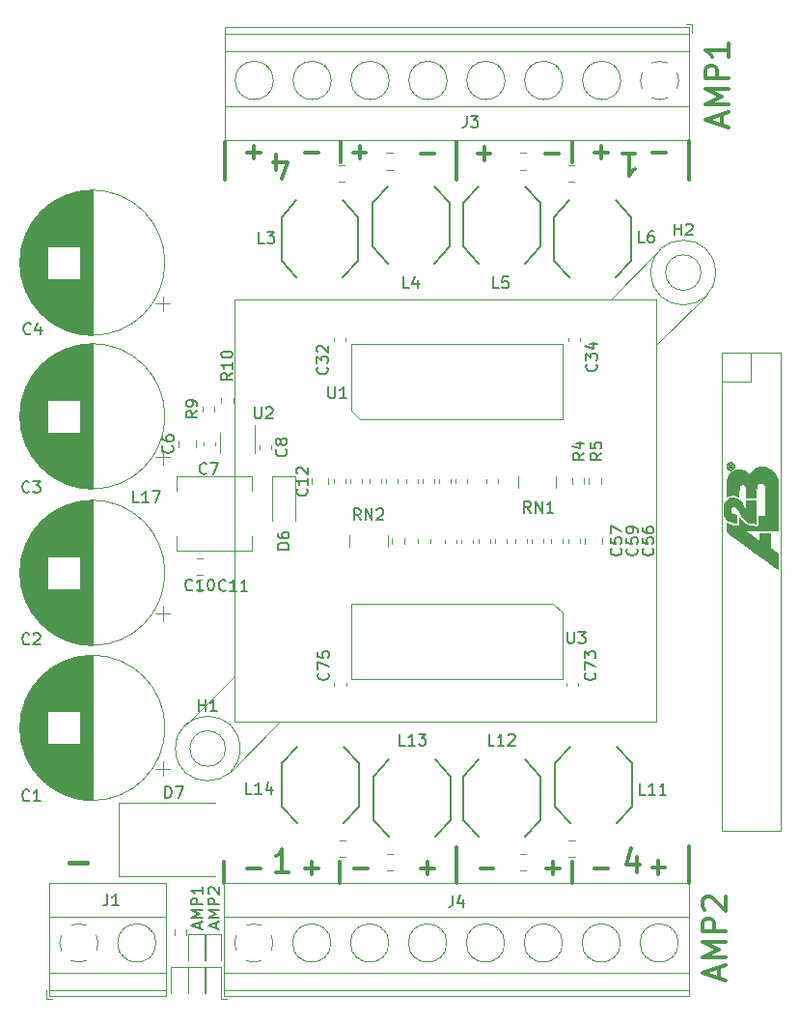
<source format=gbr>
%TF.GenerationSoftware,KiCad,Pcbnew,(5.1.9)-1*%
%TF.CreationDate,2021-06-18T12:17:45+07:00*%
%TF.ProjectId,TAS6424,54415336-3432-4342-9e6b-696361645f70,2*%
%TF.SameCoordinates,Original*%
%TF.FileFunction,Legend,Top*%
%TF.FilePolarity,Positive*%
%FSLAX46Y46*%
G04 Gerber Fmt 4.6, Leading zero omitted, Abs format (unit mm)*
G04 Created by KiCad (PCBNEW (5.1.9)-1) date 2021-06-18 12:17:45*
%MOMM*%
%LPD*%
G01*
G04 APERTURE LIST*
%ADD10C,0.300000*%
%ADD11C,0.375000*%
%ADD12C,0.400000*%
%ADD13C,0.150000*%
%ADD14C,0.120000*%
%ADD15C,0.152400*%
%ADD16C,0.010000*%
G04 APERTURE END LIST*
D10*
X81978500Y-64071500D02*
X81978500Y-67437000D01*
X92138500Y-64071500D02*
X92138500Y-65913000D01*
X102298500Y-64071500D02*
X102298500Y-67437000D01*
X112458500Y-64071500D02*
X112458500Y-65913000D01*
X122682000Y-64008000D02*
X122682000Y-67437000D01*
X122682000Y-125793500D02*
X122682000Y-129032000D01*
X81915000Y-127190500D02*
X81915000Y-129032000D01*
X112458500Y-127190500D02*
X112458500Y-129032000D01*
X102298500Y-125920500D02*
X102298500Y-129032000D01*
X92011500Y-127190500D02*
X92011500Y-129032000D01*
X125555333Y-62626428D02*
X125555333Y-61674047D01*
X126126761Y-62816904D02*
X124126761Y-62150238D01*
X126126761Y-61483571D01*
X126126761Y-60816904D02*
X124126761Y-60816904D01*
X125555333Y-60150238D01*
X124126761Y-59483571D01*
X126126761Y-59483571D01*
X126126761Y-58531190D02*
X124126761Y-58531190D01*
X124126761Y-57769285D01*
X124222000Y-57578809D01*
X124317238Y-57483571D01*
X124507714Y-57388333D01*
X124793428Y-57388333D01*
X124983904Y-57483571D01*
X125079142Y-57578809D01*
X125174380Y-57769285D01*
X125174380Y-58531190D01*
X126126761Y-55483571D02*
X126126761Y-56626428D01*
X126126761Y-56055000D02*
X124126761Y-56055000D01*
X124412476Y-56245476D01*
X124602952Y-56435952D01*
X124698190Y-56626428D01*
X125301333Y-137365928D02*
X125301333Y-136413547D01*
X125872761Y-137556404D02*
X123872761Y-136889738D01*
X125872761Y-136223071D01*
X125872761Y-135556404D02*
X123872761Y-135556404D01*
X125301333Y-134889738D01*
X123872761Y-134223071D01*
X125872761Y-134223071D01*
X125872761Y-133270690D02*
X123872761Y-133270690D01*
X123872761Y-132508785D01*
X123968000Y-132318309D01*
X124063238Y-132223071D01*
X124253714Y-132127833D01*
X124539428Y-132127833D01*
X124729904Y-132223071D01*
X124825142Y-132318309D01*
X124920380Y-132508785D01*
X124920380Y-133270690D01*
X124063238Y-131365928D02*
X123968000Y-131270690D01*
X123872761Y-131080214D01*
X123872761Y-130604023D01*
X123968000Y-130413547D01*
X124063238Y-130318309D01*
X124253714Y-130223071D01*
X124444190Y-130223071D01*
X124729904Y-130318309D01*
X125872761Y-131461166D01*
X125872761Y-130223071D01*
D11*
X86487047Y-66532071D02*
X86487047Y-65198738D01*
X86963238Y-67293976D02*
X87439428Y-65865404D01*
X86201333Y-65865404D01*
X93218071Y-65004142D02*
X94360928Y-65004142D01*
X93789500Y-65575571D02*
X93789500Y-64432714D01*
X99187071Y-65131142D02*
X100329928Y-65131142D01*
X104140071Y-65131142D02*
X105282928Y-65131142D01*
X104711500Y-65702571D02*
X104711500Y-64559714D01*
X110109071Y-65131142D02*
X111251928Y-65131142D01*
X83947071Y-65004142D02*
X85089928Y-65004142D01*
X84518500Y-65575571D02*
X84518500Y-64432714D01*
X89027071Y-65067642D02*
X90169928Y-65067642D01*
X119507071Y-65067642D02*
X120649928Y-65067642D01*
X116840071Y-65071738D02*
X117982928Y-65071738D01*
X117411500Y-65071738D02*
X117411500Y-67071738D01*
X117601976Y-66786023D01*
X117792452Y-66595547D01*
X117982928Y-66500309D01*
X114427071Y-65004142D02*
X115569928Y-65004142D01*
X114998500Y-65575571D02*
X114998500Y-64432714D01*
X118109952Y-126761928D02*
X118109952Y-128095261D01*
X117633761Y-126000023D02*
X117157571Y-127428595D01*
X118395666Y-127428595D01*
X87566428Y-128095261D02*
X86423571Y-128095261D01*
X86995000Y-128095261D02*
X86995000Y-126095261D01*
X86804523Y-126380976D01*
X86614047Y-126571452D01*
X86423571Y-126666690D01*
X83947071Y-127742142D02*
X85089928Y-127742142D01*
X93345071Y-127742142D02*
X94487928Y-127742142D01*
X104394071Y-127742142D02*
X105536928Y-127742142D01*
X114427071Y-127742142D02*
X115569928Y-127742142D01*
X119443571Y-127678642D02*
X120586428Y-127678642D01*
X120015000Y-128250071D02*
X120015000Y-127107214D01*
X110172571Y-127742142D02*
X111315428Y-127742142D01*
X110744000Y-128313571D02*
X110744000Y-127170714D01*
X99187071Y-127742142D02*
X100329928Y-127742142D01*
X99758500Y-128313571D02*
X99758500Y-127170714D01*
X89027071Y-127742142D02*
X90169928Y-127742142D01*
X89598500Y-128313571D02*
X89598500Y-127170714D01*
D12*
X68326095Y-127269857D02*
X69849904Y-127269857D01*
D13*
X81192666Y-132976714D02*
X81192666Y-132500523D01*
X81478380Y-133071952D02*
X80478380Y-132738619D01*
X81478380Y-132405285D01*
X81478380Y-132071952D02*
X80478380Y-132071952D01*
X81192666Y-131738619D01*
X80478380Y-131405285D01*
X81478380Y-131405285D01*
X81478380Y-130929095D02*
X80478380Y-130929095D01*
X80478380Y-130548142D01*
X80526000Y-130452904D01*
X80573619Y-130405285D01*
X80668857Y-130357666D01*
X80811714Y-130357666D01*
X80906952Y-130405285D01*
X80954571Y-130452904D01*
X81002190Y-130548142D01*
X81002190Y-130929095D01*
X80573619Y-129976714D02*
X80526000Y-129929095D01*
X80478380Y-129833857D01*
X80478380Y-129595761D01*
X80526000Y-129500523D01*
X80573619Y-129452904D01*
X80668857Y-129405285D01*
X80764095Y-129405285D01*
X80906952Y-129452904D01*
X81478380Y-130024333D01*
X81478380Y-129405285D01*
X79732166Y-132976714D02*
X79732166Y-132500523D01*
X80017880Y-133071952D02*
X79017880Y-132738619D01*
X80017880Y-132405285D01*
X80017880Y-132071952D02*
X79017880Y-132071952D01*
X79732166Y-131738619D01*
X79017880Y-131405285D01*
X80017880Y-131405285D01*
X80017880Y-130929095D02*
X79017880Y-130929095D01*
X79017880Y-130548142D01*
X79065500Y-130452904D01*
X79113119Y-130405285D01*
X79208357Y-130357666D01*
X79351214Y-130357666D01*
X79446452Y-130405285D01*
X79494071Y-130452904D01*
X79541690Y-130548142D01*
X79541690Y-130929095D01*
X80017880Y-129405285D02*
X80017880Y-129976714D01*
X80017880Y-129691000D02*
X79017880Y-129691000D01*
X79160738Y-129786238D01*
X79255976Y-129881476D01*
X79303595Y-129976714D01*
D14*
%TO.C,D3*%
X125543000Y-124494600D02*
X130743000Y-124494600D01*
X125543000Y-82651600D02*
X125543000Y-124494600D01*
X130743000Y-82524600D02*
X130743000Y-124494600D01*
X125543000Y-85064600D02*
X128143000Y-85064600D01*
X128143000Y-85064600D02*
X128143000Y-82524600D01*
X128143000Y-82524600D02*
X130683000Y-82524600D01*
X125543000Y-83858100D02*
X125543000Y-82528100D01*
X125543000Y-82528100D02*
X128143000Y-82528100D01*
D15*
%TO.C,L13*%
X101738501Y-123504500D02*
X101738501Y-119700500D01*
X100394241Y-124972846D02*
X101738501Y-123504500D01*
X94984499Y-123504500D02*
X96328759Y-124972846D01*
X94984499Y-119700500D02*
X94984499Y-123504500D01*
X96328759Y-118232154D02*
X94984499Y-119700500D01*
X101738501Y-119700500D02*
X100394241Y-118232154D01*
%TO.C,L12*%
X109612501Y-123504500D02*
X109612501Y-119700500D01*
X108268241Y-124972846D02*
X109612501Y-123504500D01*
X102858499Y-123504500D02*
X104202759Y-124972846D01*
X102858499Y-119700500D02*
X102858499Y-123504500D01*
X104202759Y-118232154D02*
X102858499Y-119700500D01*
X109612501Y-119700500D02*
X108268241Y-118232154D01*
%TO.C,L11*%
X117677001Y-122361500D02*
X117677001Y-118557500D01*
X116332741Y-123829846D02*
X117677001Y-122361500D01*
X110922999Y-122361500D02*
X112267259Y-123829846D01*
X110922999Y-118557500D02*
X110922999Y-122361500D01*
X112267259Y-117089154D02*
X110922999Y-118557500D01*
X117677001Y-118557500D02*
X116332741Y-117089154D01*
D14*
%TO.C,C1*%
X76704500Y-115443000D02*
G75*
G03*
X76704500Y-115443000I-6370000J0D01*
G01*
X70334500Y-121773000D02*
X70334500Y-109113000D01*
X70294500Y-121773000D02*
X70294500Y-109113000D01*
X70254500Y-121773000D02*
X70254500Y-109113000D01*
X70214500Y-121772000D02*
X70214500Y-109114000D01*
X70174500Y-121771000D02*
X70174500Y-109115000D01*
X70134500Y-121770000D02*
X70134500Y-109116000D01*
X70094500Y-121769000D02*
X70094500Y-109117000D01*
X70054500Y-121767000D02*
X70054500Y-109119000D01*
X70014500Y-121765000D02*
X70014500Y-109121000D01*
X69974500Y-121763000D02*
X69974500Y-109123000D01*
X69934500Y-121761000D02*
X69934500Y-109125000D01*
X69894500Y-121758000D02*
X69894500Y-109128000D01*
X69854500Y-121755000D02*
X69854500Y-109131000D01*
X69814500Y-121752000D02*
X69814500Y-109134000D01*
X69774500Y-121749000D02*
X69774500Y-109137000D01*
X69734500Y-121745000D02*
X69734500Y-109141000D01*
X69694500Y-121741000D02*
X69694500Y-109145000D01*
X69654500Y-121737000D02*
X69654500Y-109149000D01*
X69613500Y-121733000D02*
X69613500Y-109153000D01*
X69573500Y-121728000D02*
X69573500Y-109158000D01*
X69533500Y-121723000D02*
X69533500Y-109163000D01*
X69493500Y-121718000D02*
X69493500Y-109168000D01*
X69453500Y-121712000D02*
X69453500Y-109174000D01*
X69413500Y-121707000D02*
X69413500Y-109179000D01*
X69373500Y-121701000D02*
X69373500Y-109185000D01*
X69333500Y-121695000D02*
X69333500Y-109191000D01*
X69293500Y-121688000D02*
X69293500Y-109198000D01*
X69253500Y-121681000D02*
X69253500Y-116883000D01*
X69253500Y-114003000D02*
X69253500Y-109205000D01*
X69213500Y-121674000D02*
X69213500Y-116883000D01*
X69213500Y-114003000D02*
X69213500Y-109212000D01*
X69173500Y-121667000D02*
X69173500Y-116883000D01*
X69173500Y-114003000D02*
X69173500Y-109219000D01*
X69133500Y-121659000D02*
X69133500Y-116883000D01*
X69133500Y-114003000D02*
X69133500Y-109227000D01*
X69093500Y-121652000D02*
X69093500Y-116883000D01*
X69093500Y-114003000D02*
X69093500Y-109234000D01*
X69053500Y-121644000D02*
X69053500Y-116883000D01*
X69053500Y-114003000D02*
X69053500Y-109242000D01*
X69013500Y-121635000D02*
X69013500Y-116883000D01*
X69013500Y-114003000D02*
X69013500Y-109251000D01*
X68973500Y-121627000D02*
X68973500Y-116883000D01*
X68973500Y-114003000D02*
X68973500Y-109259000D01*
X68933500Y-121618000D02*
X68933500Y-116883000D01*
X68933500Y-114003000D02*
X68933500Y-109268000D01*
X68893500Y-121609000D02*
X68893500Y-116883000D01*
X68893500Y-114003000D02*
X68893500Y-109277000D01*
X68853500Y-121599000D02*
X68853500Y-116883000D01*
X68853500Y-114003000D02*
X68853500Y-109287000D01*
X68813500Y-121589000D02*
X68813500Y-116883000D01*
X68813500Y-114003000D02*
X68813500Y-109297000D01*
X68773500Y-121580000D02*
X68773500Y-116883000D01*
X68773500Y-114003000D02*
X68773500Y-109306000D01*
X68733500Y-121569000D02*
X68733500Y-116883000D01*
X68733500Y-114003000D02*
X68733500Y-109317000D01*
X68693500Y-121559000D02*
X68693500Y-116883000D01*
X68693500Y-114003000D02*
X68693500Y-109327000D01*
X68653500Y-121548000D02*
X68653500Y-116883000D01*
X68653500Y-114003000D02*
X68653500Y-109338000D01*
X68613500Y-121537000D02*
X68613500Y-116883000D01*
X68613500Y-114003000D02*
X68613500Y-109349000D01*
X68573500Y-121526000D02*
X68573500Y-116883000D01*
X68573500Y-114003000D02*
X68573500Y-109360000D01*
X68533500Y-121514000D02*
X68533500Y-116883000D01*
X68533500Y-114003000D02*
X68533500Y-109372000D01*
X68493500Y-121502000D02*
X68493500Y-116883000D01*
X68493500Y-114003000D02*
X68493500Y-109384000D01*
X68453500Y-121490000D02*
X68453500Y-116883000D01*
X68453500Y-114003000D02*
X68453500Y-109396000D01*
X68413500Y-121477000D02*
X68413500Y-116883000D01*
X68413500Y-114003000D02*
X68413500Y-109409000D01*
X68373500Y-121464000D02*
X68373500Y-116883000D01*
X68373500Y-114003000D02*
X68373500Y-109422000D01*
X68333500Y-121451000D02*
X68333500Y-116883000D01*
X68333500Y-114003000D02*
X68333500Y-109435000D01*
X68293500Y-121438000D02*
X68293500Y-116883000D01*
X68293500Y-114003000D02*
X68293500Y-109448000D01*
X68253500Y-121424000D02*
X68253500Y-116883000D01*
X68253500Y-114003000D02*
X68253500Y-109462000D01*
X68213500Y-121410000D02*
X68213500Y-116883000D01*
X68213500Y-114003000D02*
X68213500Y-109476000D01*
X68173500Y-121396000D02*
X68173500Y-116883000D01*
X68173500Y-114003000D02*
X68173500Y-109490000D01*
X68133500Y-121382000D02*
X68133500Y-116883000D01*
X68133500Y-114003000D02*
X68133500Y-109504000D01*
X68093500Y-121367000D02*
X68093500Y-116883000D01*
X68093500Y-114003000D02*
X68093500Y-109519000D01*
X68053500Y-121351000D02*
X68053500Y-116883000D01*
X68053500Y-114003000D02*
X68053500Y-109535000D01*
X68013500Y-121336000D02*
X68013500Y-116883000D01*
X68013500Y-114003000D02*
X68013500Y-109550000D01*
X67973500Y-121320000D02*
X67973500Y-116883000D01*
X67973500Y-114003000D02*
X67973500Y-109566000D01*
X67933500Y-121304000D02*
X67933500Y-116883000D01*
X67933500Y-114003000D02*
X67933500Y-109582000D01*
X67893500Y-121288000D02*
X67893500Y-116883000D01*
X67893500Y-114003000D02*
X67893500Y-109598000D01*
X67853500Y-121271000D02*
X67853500Y-116883000D01*
X67853500Y-114003000D02*
X67853500Y-109615000D01*
X67813500Y-121254000D02*
X67813500Y-116883000D01*
X67813500Y-114003000D02*
X67813500Y-109632000D01*
X67773500Y-121236000D02*
X67773500Y-116883000D01*
X67773500Y-114003000D02*
X67773500Y-109650000D01*
X67733500Y-121219000D02*
X67733500Y-116883000D01*
X67733500Y-114003000D02*
X67733500Y-109667000D01*
X67693500Y-121201000D02*
X67693500Y-116883000D01*
X67693500Y-114003000D02*
X67693500Y-109685000D01*
X67653500Y-121182000D02*
X67653500Y-116883000D01*
X67653500Y-114003000D02*
X67653500Y-109704000D01*
X67613500Y-121164000D02*
X67613500Y-116883000D01*
X67613500Y-114003000D02*
X67613500Y-109722000D01*
X67573500Y-121145000D02*
X67573500Y-116883000D01*
X67573500Y-114003000D02*
X67573500Y-109741000D01*
X67533500Y-121125000D02*
X67533500Y-116883000D01*
X67533500Y-114003000D02*
X67533500Y-109761000D01*
X67493500Y-121105000D02*
X67493500Y-116883000D01*
X67493500Y-114003000D02*
X67493500Y-109781000D01*
X67453500Y-121085000D02*
X67453500Y-116883000D01*
X67453500Y-114003000D02*
X67453500Y-109801000D01*
X67413500Y-121065000D02*
X67413500Y-116883000D01*
X67413500Y-114003000D02*
X67413500Y-109821000D01*
X67373500Y-121044000D02*
X67373500Y-116883000D01*
X67373500Y-114003000D02*
X67373500Y-109842000D01*
X67333500Y-121023000D02*
X67333500Y-116883000D01*
X67333500Y-114003000D02*
X67333500Y-109863000D01*
X67293500Y-121001000D02*
X67293500Y-116883000D01*
X67293500Y-114003000D02*
X67293500Y-109885000D01*
X67253500Y-120979000D02*
X67253500Y-116883000D01*
X67253500Y-114003000D02*
X67253500Y-109907000D01*
X67213500Y-120957000D02*
X67213500Y-116883000D01*
X67213500Y-114003000D02*
X67213500Y-109929000D01*
X67173500Y-120934000D02*
X67173500Y-116883000D01*
X67173500Y-114003000D02*
X67173500Y-109952000D01*
X67133500Y-120911000D02*
X67133500Y-116883000D01*
X67133500Y-114003000D02*
X67133500Y-109975000D01*
X67093500Y-120888000D02*
X67093500Y-116883000D01*
X67093500Y-114003000D02*
X67093500Y-109998000D01*
X67053500Y-120864000D02*
X67053500Y-116883000D01*
X67053500Y-114003000D02*
X67053500Y-110022000D01*
X67013500Y-120840000D02*
X67013500Y-116883000D01*
X67013500Y-114003000D02*
X67013500Y-110046000D01*
X66973500Y-120815000D02*
X66973500Y-116883000D01*
X66973500Y-114003000D02*
X66973500Y-110071000D01*
X66933500Y-120790000D02*
X66933500Y-116883000D01*
X66933500Y-114003000D02*
X66933500Y-110096000D01*
X66893500Y-120765000D02*
X66893500Y-116883000D01*
X66893500Y-114003000D02*
X66893500Y-110121000D01*
X66853500Y-120739000D02*
X66853500Y-116883000D01*
X66853500Y-114003000D02*
X66853500Y-110147000D01*
X66813500Y-120713000D02*
X66813500Y-116883000D01*
X66813500Y-114003000D02*
X66813500Y-110173000D01*
X66773500Y-120686000D02*
X66773500Y-116883000D01*
X66773500Y-114003000D02*
X66773500Y-110200000D01*
X66733500Y-120659000D02*
X66733500Y-116883000D01*
X66733500Y-114003000D02*
X66733500Y-110227000D01*
X66693500Y-120631000D02*
X66693500Y-116883000D01*
X66693500Y-114003000D02*
X66693500Y-110255000D01*
X66653500Y-120603000D02*
X66653500Y-116883000D01*
X66653500Y-114003000D02*
X66653500Y-110283000D01*
X66613500Y-120574000D02*
X66613500Y-116883000D01*
X66613500Y-114003000D02*
X66613500Y-110312000D01*
X66573500Y-120545000D02*
X66573500Y-116883000D01*
X66573500Y-114003000D02*
X66573500Y-110341000D01*
X66533500Y-120516000D02*
X66533500Y-116883000D01*
X66533500Y-114003000D02*
X66533500Y-110370000D01*
X66493500Y-120486000D02*
X66493500Y-116883000D01*
X66493500Y-114003000D02*
X66493500Y-110400000D01*
X66453500Y-120455000D02*
X66453500Y-116883000D01*
X66453500Y-114003000D02*
X66453500Y-110431000D01*
X66413500Y-120425000D02*
X66413500Y-116883000D01*
X66413500Y-114003000D02*
X66413500Y-110461000D01*
X66373500Y-120393000D02*
X66373500Y-110493000D01*
X66333500Y-120361000D02*
X66333500Y-110525000D01*
X66293500Y-120328000D02*
X66293500Y-110558000D01*
X66253500Y-120295000D02*
X66253500Y-110591000D01*
X66213500Y-120262000D02*
X66213500Y-110624000D01*
X66173500Y-120228000D02*
X66173500Y-110658000D01*
X66133500Y-120193000D02*
X66133500Y-110693000D01*
X66093500Y-120157000D02*
X66093500Y-110729000D01*
X66053500Y-120121000D02*
X66053500Y-110765000D01*
X66013500Y-120085000D02*
X66013500Y-110801000D01*
X65973500Y-120048000D02*
X65973500Y-110838000D01*
X65933500Y-120010000D02*
X65933500Y-110876000D01*
X65893500Y-119971000D02*
X65893500Y-110915000D01*
X65853500Y-119932000D02*
X65853500Y-110954000D01*
X65813500Y-119892000D02*
X65813500Y-110994000D01*
X65773500Y-119851000D02*
X65773500Y-111035000D01*
X65733500Y-119810000D02*
X65733500Y-111076000D01*
X65693500Y-119768000D02*
X65693500Y-111118000D01*
X65653500Y-119725000D02*
X65653500Y-111161000D01*
X65613500Y-119681000D02*
X65613500Y-111205000D01*
X65573500Y-119637000D02*
X65573500Y-111249000D01*
X65533500Y-119591000D02*
X65533500Y-111295000D01*
X65493500Y-119545000D02*
X65493500Y-111341000D01*
X65453500Y-119498000D02*
X65453500Y-111388000D01*
X65413500Y-119450000D02*
X65413500Y-111436000D01*
X65373500Y-119400000D02*
X65373500Y-111486000D01*
X65333500Y-119350000D02*
X65333500Y-111536000D01*
X65293500Y-119299000D02*
X65293500Y-111587000D01*
X65253500Y-119247000D02*
X65253500Y-111639000D01*
X65213500Y-119193000D02*
X65213500Y-111693000D01*
X65173500Y-119139000D02*
X65173500Y-111747000D01*
X65133500Y-119083000D02*
X65133500Y-111803000D01*
X65093500Y-119026000D02*
X65093500Y-111860000D01*
X65053500Y-118967000D02*
X65053500Y-111919000D01*
X65013500Y-118907000D02*
X65013500Y-111979000D01*
X64973500Y-118845000D02*
X64973500Y-112041000D01*
X64933500Y-118782000D02*
X64933500Y-112104000D01*
X64893500Y-118718000D02*
X64893500Y-112168000D01*
X64853500Y-118651000D02*
X64853500Y-112235000D01*
X64813500Y-118583000D02*
X64813500Y-112303000D01*
X64773500Y-118512000D02*
X64773500Y-112374000D01*
X64733500Y-118439000D02*
X64733500Y-112447000D01*
X64693500Y-118364000D02*
X64693500Y-112522000D01*
X64653500Y-118287000D02*
X64653500Y-112599000D01*
X64613500Y-118207000D02*
X64613500Y-112679000D01*
X64573500Y-118124000D02*
X64573500Y-112762000D01*
X64533500Y-118037000D02*
X64533500Y-112849000D01*
X64493500Y-117947000D02*
X64493500Y-112939000D01*
X64453500Y-117853000D02*
X64453500Y-113033000D01*
X64413500Y-117755000D02*
X64413500Y-113131000D01*
X64373500Y-117652000D02*
X64373500Y-113234000D01*
X64333500Y-117543000D02*
X64333500Y-113343000D01*
X64293500Y-117427000D02*
X64293500Y-113459000D01*
X64253500Y-117304000D02*
X64253500Y-113582000D01*
X64213500Y-117171000D02*
X64213500Y-113715000D01*
X64173500Y-117026000D02*
X64173500Y-113860000D01*
X64133500Y-116865000D02*
X64133500Y-114021000D01*
X64093500Y-116684000D02*
X64093500Y-114202000D01*
X64053500Y-116471000D02*
X64053500Y-114415000D01*
X64013500Y-116200000D02*
X64013500Y-114686000D01*
X63973500Y-115760000D02*
X63973500Y-115126000D01*
X77151582Y-119018000D02*
X75901582Y-119018000D01*
X76526582Y-119643000D02*
X76526582Y-118393000D01*
%TO.C,C2*%
X76704500Y-101854000D02*
G75*
G03*
X76704500Y-101854000I-6370000J0D01*
G01*
X70334500Y-108184000D02*
X70334500Y-95524000D01*
X70294500Y-108184000D02*
X70294500Y-95524000D01*
X70254500Y-108184000D02*
X70254500Y-95524000D01*
X70214500Y-108183000D02*
X70214500Y-95525000D01*
X70174500Y-108182000D02*
X70174500Y-95526000D01*
X70134500Y-108181000D02*
X70134500Y-95527000D01*
X70094500Y-108180000D02*
X70094500Y-95528000D01*
X70054500Y-108178000D02*
X70054500Y-95530000D01*
X70014500Y-108176000D02*
X70014500Y-95532000D01*
X69974500Y-108174000D02*
X69974500Y-95534000D01*
X69934500Y-108172000D02*
X69934500Y-95536000D01*
X69894500Y-108169000D02*
X69894500Y-95539000D01*
X69854500Y-108166000D02*
X69854500Y-95542000D01*
X69814500Y-108163000D02*
X69814500Y-95545000D01*
X69774500Y-108160000D02*
X69774500Y-95548000D01*
X69734500Y-108156000D02*
X69734500Y-95552000D01*
X69694500Y-108152000D02*
X69694500Y-95556000D01*
X69654500Y-108148000D02*
X69654500Y-95560000D01*
X69613500Y-108144000D02*
X69613500Y-95564000D01*
X69573500Y-108139000D02*
X69573500Y-95569000D01*
X69533500Y-108134000D02*
X69533500Y-95574000D01*
X69493500Y-108129000D02*
X69493500Y-95579000D01*
X69453500Y-108123000D02*
X69453500Y-95585000D01*
X69413500Y-108118000D02*
X69413500Y-95590000D01*
X69373500Y-108112000D02*
X69373500Y-95596000D01*
X69333500Y-108106000D02*
X69333500Y-95602000D01*
X69293500Y-108099000D02*
X69293500Y-95609000D01*
X69253500Y-108092000D02*
X69253500Y-103294000D01*
X69253500Y-100414000D02*
X69253500Y-95616000D01*
X69213500Y-108085000D02*
X69213500Y-103294000D01*
X69213500Y-100414000D02*
X69213500Y-95623000D01*
X69173500Y-108078000D02*
X69173500Y-103294000D01*
X69173500Y-100414000D02*
X69173500Y-95630000D01*
X69133500Y-108070000D02*
X69133500Y-103294000D01*
X69133500Y-100414000D02*
X69133500Y-95638000D01*
X69093500Y-108063000D02*
X69093500Y-103294000D01*
X69093500Y-100414000D02*
X69093500Y-95645000D01*
X69053500Y-108055000D02*
X69053500Y-103294000D01*
X69053500Y-100414000D02*
X69053500Y-95653000D01*
X69013500Y-108046000D02*
X69013500Y-103294000D01*
X69013500Y-100414000D02*
X69013500Y-95662000D01*
X68973500Y-108038000D02*
X68973500Y-103294000D01*
X68973500Y-100414000D02*
X68973500Y-95670000D01*
X68933500Y-108029000D02*
X68933500Y-103294000D01*
X68933500Y-100414000D02*
X68933500Y-95679000D01*
X68893500Y-108020000D02*
X68893500Y-103294000D01*
X68893500Y-100414000D02*
X68893500Y-95688000D01*
X68853500Y-108010000D02*
X68853500Y-103294000D01*
X68853500Y-100414000D02*
X68853500Y-95698000D01*
X68813500Y-108000000D02*
X68813500Y-103294000D01*
X68813500Y-100414000D02*
X68813500Y-95708000D01*
X68773500Y-107991000D02*
X68773500Y-103294000D01*
X68773500Y-100414000D02*
X68773500Y-95717000D01*
X68733500Y-107980000D02*
X68733500Y-103294000D01*
X68733500Y-100414000D02*
X68733500Y-95728000D01*
X68693500Y-107970000D02*
X68693500Y-103294000D01*
X68693500Y-100414000D02*
X68693500Y-95738000D01*
X68653500Y-107959000D02*
X68653500Y-103294000D01*
X68653500Y-100414000D02*
X68653500Y-95749000D01*
X68613500Y-107948000D02*
X68613500Y-103294000D01*
X68613500Y-100414000D02*
X68613500Y-95760000D01*
X68573500Y-107937000D02*
X68573500Y-103294000D01*
X68573500Y-100414000D02*
X68573500Y-95771000D01*
X68533500Y-107925000D02*
X68533500Y-103294000D01*
X68533500Y-100414000D02*
X68533500Y-95783000D01*
X68493500Y-107913000D02*
X68493500Y-103294000D01*
X68493500Y-100414000D02*
X68493500Y-95795000D01*
X68453500Y-107901000D02*
X68453500Y-103294000D01*
X68453500Y-100414000D02*
X68453500Y-95807000D01*
X68413500Y-107888000D02*
X68413500Y-103294000D01*
X68413500Y-100414000D02*
X68413500Y-95820000D01*
X68373500Y-107875000D02*
X68373500Y-103294000D01*
X68373500Y-100414000D02*
X68373500Y-95833000D01*
X68333500Y-107862000D02*
X68333500Y-103294000D01*
X68333500Y-100414000D02*
X68333500Y-95846000D01*
X68293500Y-107849000D02*
X68293500Y-103294000D01*
X68293500Y-100414000D02*
X68293500Y-95859000D01*
X68253500Y-107835000D02*
X68253500Y-103294000D01*
X68253500Y-100414000D02*
X68253500Y-95873000D01*
X68213500Y-107821000D02*
X68213500Y-103294000D01*
X68213500Y-100414000D02*
X68213500Y-95887000D01*
X68173500Y-107807000D02*
X68173500Y-103294000D01*
X68173500Y-100414000D02*
X68173500Y-95901000D01*
X68133500Y-107793000D02*
X68133500Y-103294000D01*
X68133500Y-100414000D02*
X68133500Y-95915000D01*
X68093500Y-107778000D02*
X68093500Y-103294000D01*
X68093500Y-100414000D02*
X68093500Y-95930000D01*
X68053500Y-107762000D02*
X68053500Y-103294000D01*
X68053500Y-100414000D02*
X68053500Y-95946000D01*
X68013500Y-107747000D02*
X68013500Y-103294000D01*
X68013500Y-100414000D02*
X68013500Y-95961000D01*
X67973500Y-107731000D02*
X67973500Y-103294000D01*
X67973500Y-100414000D02*
X67973500Y-95977000D01*
X67933500Y-107715000D02*
X67933500Y-103294000D01*
X67933500Y-100414000D02*
X67933500Y-95993000D01*
X67893500Y-107699000D02*
X67893500Y-103294000D01*
X67893500Y-100414000D02*
X67893500Y-96009000D01*
X67853500Y-107682000D02*
X67853500Y-103294000D01*
X67853500Y-100414000D02*
X67853500Y-96026000D01*
X67813500Y-107665000D02*
X67813500Y-103294000D01*
X67813500Y-100414000D02*
X67813500Y-96043000D01*
X67773500Y-107647000D02*
X67773500Y-103294000D01*
X67773500Y-100414000D02*
X67773500Y-96061000D01*
X67733500Y-107630000D02*
X67733500Y-103294000D01*
X67733500Y-100414000D02*
X67733500Y-96078000D01*
X67693500Y-107612000D02*
X67693500Y-103294000D01*
X67693500Y-100414000D02*
X67693500Y-96096000D01*
X67653500Y-107593000D02*
X67653500Y-103294000D01*
X67653500Y-100414000D02*
X67653500Y-96115000D01*
X67613500Y-107575000D02*
X67613500Y-103294000D01*
X67613500Y-100414000D02*
X67613500Y-96133000D01*
X67573500Y-107556000D02*
X67573500Y-103294000D01*
X67573500Y-100414000D02*
X67573500Y-96152000D01*
X67533500Y-107536000D02*
X67533500Y-103294000D01*
X67533500Y-100414000D02*
X67533500Y-96172000D01*
X67493500Y-107516000D02*
X67493500Y-103294000D01*
X67493500Y-100414000D02*
X67493500Y-96192000D01*
X67453500Y-107496000D02*
X67453500Y-103294000D01*
X67453500Y-100414000D02*
X67453500Y-96212000D01*
X67413500Y-107476000D02*
X67413500Y-103294000D01*
X67413500Y-100414000D02*
X67413500Y-96232000D01*
X67373500Y-107455000D02*
X67373500Y-103294000D01*
X67373500Y-100414000D02*
X67373500Y-96253000D01*
X67333500Y-107434000D02*
X67333500Y-103294000D01*
X67333500Y-100414000D02*
X67333500Y-96274000D01*
X67293500Y-107412000D02*
X67293500Y-103294000D01*
X67293500Y-100414000D02*
X67293500Y-96296000D01*
X67253500Y-107390000D02*
X67253500Y-103294000D01*
X67253500Y-100414000D02*
X67253500Y-96318000D01*
X67213500Y-107368000D02*
X67213500Y-103294000D01*
X67213500Y-100414000D02*
X67213500Y-96340000D01*
X67173500Y-107345000D02*
X67173500Y-103294000D01*
X67173500Y-100414000D02*
X67173500Y-96363000D01*
X67133500Y-107322000D02*
X67133500Y-103294000D01*
X67133500Y-100414000D02*
X67133500Y-96386000D01*
X67093500Y-107299000D02*
X67093500Y-103294000D01*
X67093500Y-100414000D02*
X67093500Y-96409000D01*
X67053500Y-107275000D02*
X67053500Y-103294000D01*
X67053500Y-100414000D02*
X67053500Y-96433000D01*
X67013500Y-107251000D02*
X67013500Y-103294000D01*
X67013500Y-100414000D02*
X67013500Y-96457000D01*
X66973500Y-107226000D02*
X66973500Y-103294000D01*
X66973500Y-100414000D02*
X66973500Y-96482000D01*
X66933500Y-107201000D02*
X66933500Y-103294000D01*
X66933500Y-100414000D02*
X66933500Y-96507000D01*
X66893500Y-107176000D02*
X66893500Y-103294000D01*
X66893500Y-100414000D02*
X66893500Y-96532000D01*
X66853500Y-107150000D02*
X66853500Y-103294000D01*
X66853500Y-100414000D02*
X66853500Y-96558000D01*
X66813500Y-107124000D02*
X66813500Y-103294000D01*
X66813500Y-100414000D02*
X66813500Y-96584000D01*
X66773500Y-107097000D02*
X66773500Y-103294000D01*
X66773500Y-100414000D02*
X66773500Y-96611000D01*
X66733500Y-107070000D02*
X66733500Y-103294000D01*
X66733500Y-100414000D02*
X66733500Y-96638000D01*
X66693500Y-107042000D02*
X66693500Y-103294000D01*
X66693500Y-100414000D02*
X66693500Y-96666000D01*
X66653500Y-107014000D02*
X66653500Y-103294000D01*
X66653500Y-100414000D02*
X66653500Y-96694000D01*
X66613500Y-106985000D02*
X66613500Y-103294000D01*
X66613500Y-100414000D02*
X66613500Y-96723000D01*
X66573500Y-106956000D02*
X66573500Y-103294000D01*
X66573500Y-100414000D02*
X66573500Y-96752000D01*
X66533500Y-106927000D02*
X66533500Y-103294000D01*
X66533500Y-100414000D02*
X66533500Y-96781000D01*
X66493500Y-106897000D02*
X66493500Y-103294000D01*
X66493500Y-100414000D02*
X66493500Y-96811000D01*
X66453500Y-106866000D02*
X66453500Y-103294000D01*
X66453500Y-100414000D02*
X66453500Y-96842000D01*
X66413500Y-106836000D02*
X66413500Y-103294000D01*
X66413500Y-100414000D02*
X66413500Y-96872000D01*
X66373500Y-106804000D02*
X66373500Y-96904000D01*
X66333500Y-106772000D02*
X66333500Y-96936000D01*
X66293500Y-106739000D02*
X66293500Y-96969000D01*
X66253500Y-106706000D02*
X66253500Y-97002000D01*
X66213500Y-106673000D02*
X66213500Y-97035000D01*
X66173500Y-106639000D02*
X66173500Y-97069000D01*
X66133500Y-106604000D02*
X66133500Y-97104000D01*
X66093500Y-106568000D02*
X66093500Y-97140000D01*
X66053500Y-106532000D02*
X66053500Y-97176000D01*
X66013500Y-106496000D02*
X66013500Y-97212000D01*
X65973500Y-106459000D02*
X65973500Y-97249000D01*
X65933500Y-106421000D02*
X65933500Y-97287000D01*
X65893500Y-106382000D02*
X65893500Y-97326000D01*
X65853500Y-106343000D02*
X65853500Y-97365000D01*
X65813500Y-106303000D02*
X65813500Y-97405000D01*
X65773500Y-106262000D02*
X65773500Y-97446000D01*
X65733500Y-106221000D02*
X65733500Y-97487000D01*
X65693500Y-106179000D02*
X65693500Y-97529000D01*
X65653500Y-106136000D02*
X65653500Y-97572000D01*
X65613500Y-106092000D02*
X65613500Y-97616000D01*
X65573500Y-106048000D02*
X65573500Y-97660000D01*
X65533500Y-106002000D02*
X65533500Y-97706000D01*
X65493500Y-105956000D02*
X65493500Y-97752000D01*
X65453500Y-105909000D02*
X65453500Y-97799000D01*
X65413500Y-105861000D02*
X65413500Y-97847000D01*
X65373500Y-105811000D02*
X65373500Y-97897000D01*
X65333500Y-105761000D02*
X65333500Y-97947000D01*
X65293500Y-105710000D02*
X65293500Y-97998000D01*
X65253500Y-105658000D02*
X65253500Y-98050000D01*
X65213500Y-105604000D02*
X65213500Y-98104000D01*
X65173500Y-105550000D02*
X65173500Y-98158000D01*
X65133500Y-105494000D02*
X65133500Y-98214000D01*
X65093500Y-105437000D02*
X65093500Y-98271000D01*
X65053500Y-105378000D02*
X65053500Y-98330000D01*
X65013500Y-105318000D02*
X65013500Y-98390000D01*
X64973500Y-105256000D02*
X64973500Y-98452000D01*
X64933500Y-105193000D02*
X64933500Y-98515000D01*
X64893500Y-105129000D02*
X64893500Y-98579000D01*
X64853500Y-105062000D02*
X64853500Y-98646000D01*
X64813500Y-104994000D02*
X64813500Y-98714000D01*
X64773500Y-104923000D02*
X64773500Y-98785000D01*
X64733500Y-104850000D02*
X64733500Y-98858000D01*
X64693500Y-104775000D02*
X64693500Y-98933000D01*
X64653500Y-104698000D02*
X64653500Y-99010000D01*
X64613500Y-104618000D02*
X64613500Y-99090000D01*
X64573500Y-104535000D02*
X64573500Y-99173000D01*
X64533500Y-104448000D02*
X64533500Y-99260000D01*
X64493500Y-104358000D02*
X64493500Y-99350000D01*
X64453500Y-104264000D02*
X64453500Y-99444000D01*
X64413500Y-104166000D02*
X64413500Y-99542000D01*
X64373500Y-104063000D02*
X64373500Y-99645000D01*
X64333500Y-103954000D02*
X64333500Y-99754000D01*
X64293500Y-103838000D02*
X64293500Y-99870000D01*
X64253500Y-103715000D02*
X64253500Y-99993000D01*
X64213500Y-103582000D02*
X64213500Y-100126000D01*
X64173500Y-103437000D02*
X64173500Y-100271000D01*
X64133500Y-103276000D02*
X64133500Y-100432000D01*
X64093500Y-103095000D02*
X64093500Y-100613000D01*
X64053500Y-102882000D02*
X64053500Y-100826000D01*
X64013500Y-102611000D02*
X64013500Y-101097000D01*
X63973500Y-102171000D02*
X63973500Y-101537000D01*
X77151582Y-105429000D02*
X75901582Y-105429000D01*
X76526582Y-106054000D02*
X76526582Y-104804000D01*
%TO.C,C3*%
X76704500Y-88138000D02*
G75*
G03*
X76704500Y-88138000I-6370000J0D01*
G01*
X70334500Y-94468000D02*
X70334500Y-81808000D01*
X70294500Y-94468000D02*
X70294500Y-81808000D01*
X70254500Y-94468000D02*
X70254500Y-81808000D01*
X70214500Y-94467000D02*
X70214500Y-81809000D01*
X70174500Y-94466000D02*
X70174500Y-81810000D01*
X70134500Y-94465000D02*
X70134500Y-81811000D01*
X70094500Y-94464000D02*
X70094500Y-81812000D01*
X70054500Y-94462000D02*
X70054500Y-81814000D01*
X70014500Y-94460000D02*
X70014500Y-81816000D01*
X69974500Y-94458000D02*
X69974500Y-81818000D01*
X69934500Y-94456000D02*
X69934500Y-81820000D01*
X69894500Y-94453000D02*
X69894500Y-81823000D01*
X69854500Y-94450000D02*
X69854500Y-81826000D01*
X69814500Y-94447000D02*
X69814500Y-81829000D01*
X69774500Y-94444000D02*
X69774500Y-81832000D01*
X69734500Y-94440000D02*
X69734500Y-81836000D01*
X69694500Y-94436000D02*
X69694500Y-81840000D01*
X69654500Y-94432000D02*
X69654500Y-81844000D01*
X69613500Y-94428000D02*
X69613500Y-81848000D01*
X69573500Y-94423000D02*
X69573500Y-81853000D01*
X69533500Y-94418000D02*
X69533500Y-81858000D01*
X69493500Y-94413000D02*
X69493500Y-81863000D01*
X69453500Y-94407000D02*
X69453500Y-81869000D01*
X69413500Y-94402000D02*
X69413500Y-81874000D01*
X69373500Y-94396000D02*
X69373500Y-81880000D01*
X69333500Y-94390000D02*
X69333500Y-81886000D01*
X69293500Y-94383000D02*
X69293500Y-81893000D01*
X69253500Y-94376000D02*
X69253500Y-89578000D01*
X69253500Y-86698000D02*
X69253500Y-81900000D01*
X69213500Y-94369000D02*
X69213500Y-89578000D01*
X69213500Y-86698000D02*
X69213500Y-81907000D01*
X69173500Y-94362000D02*
X69173500Y-89578000D01*
X69173500Y-86698000D02*
X69173500Y-81914000D01*
X69133500Y-94354000D02*
X69133500Y-89578000D01*
X69133500Y-86698000D02*
X69133500Y-81922000D01*
X69093500Y-94347000D02*
X69093500Y-89578000D01*
X69093500Y-86698000D02*
X69093500Y-81929000D01*
X69053500Y-94339000D02*
X69053500Y-89578000D01*
X69053500Y-86698000D02*
X69053500Y-81937000D01*
X69013500Y-94330000D02*
X69013500Y-89578000D01*
X69013500Y-86698000D02*
X69013500Y-81946000D01*
X68973500Y-94322000D02*
X68973500Y-89578000D01*
X68973500Y-86698000D02*
X68973500Y-81954000D01*
X68933500Y-94313000D02*
X68933500Y-89578000D01*
X68933500Y-86698000D02*
X68933500Y-81963000D01*
X68893500Y-94304000D02*
X68893500Y-89578000D01*
X68893500Y-86698000D02*
X68893500Y-81972000D01*
X68853500Y-94294000D02*
X68853500Y-89578000D01*
X68853500Y-86698000D02*
X68853500Y-81982000D01*
X68813500Y-94284000D02*
X68813500Y-89578000D01*
X68813500Y-86698000D02*
X68813500Y-81992000D01*
X68773500Y-94275000D02*
X68773500Y-89578000D01*
X68773500Y-86698000D02*
X68773500Y-82001000D01*
X68733500Y-94264000D02*
X68733500Y-89578000D01*
X68733500Y-86698000D02*
X68733500Y-82012000D01*
X68693500Y-94254000D02*
X68693500Y-89578000D01*
X68693500Y-86698000D02*
X68693500Y-82022000D01*
X68653500Y-94243000D02*
X68653500Y-89578000D01*
X68653500Y-86698000D02*
X68653500Y-82033000D01*
X68613500Y-94232000D02*
X68613500Y-89578000D01*
X68613500Y-86698000D02*
X68613500Y-82044000D01*
X68573500Y-94221000D02*
X68573500Y-89578000D01*
X68573500Y-86698000D02*
X68573500Y-82055000D01*
X68533500Y-94209000D02*
X68533500Y-89578000D01*
X68533500Y-86698000D02*
X68533500Y-82067000D01*
X68493500Y-94197000D02*
X68493500Y-89578000D01*
X68493500Y-86698000D02*
X68493500Y-82079000D01*
X68453500Y-94185000D02*
X68453500Y-89578000D01*
X68453500Y-86698000D02*
X68453500Y-82091000D01*
X68413500Y-94172000D02*
X68413500Y-89578000D01*
X68413500Y-86698000D02*
X68413500Y-82104000D01*
X68373500Y-94159000D02*
X68373500Y-89578000D01*
X68373500Y-86698000D02*
X68373500Y-82117000D01*
X68333500Y-94146000D02*
X68333500Y-89578000D01*
X68333500Y-86698000D02*
X68333500Y-82130000D01*
X68293500Y-94133000D02*
X68293500Y-89578000D01*
X68293500Y-86698000D02*
X68293500Y-82143000D01*
X68253500Y-94119000D02*
X68253500Y-89578000D01*
X68253500Y-86698000D02*
X68253500Y-82157000D01*
X68213500Y-94105000D02*
X68213500Y-89578000D01*
X68213500Y-86698000D02*
X68213500Y-82171000D01*
X68173500Y-94091000D02*
X68173500Y-89578000D01*
X68173500Y-86698000D02*
X68173500Y-82185000D01*
X68133500Y-94077000D02*
X68133500Y-89578000D01*
X68133500Y-86698000D02*
X68133500Y-82199000D01*
X68093500Y-94062000D02*
X68093500Y-89578000D01*
X68093500Y-86698000D02*
X68093500Y-82214000D01*
X68053500Y-94046000D02*
X68053500Y-89578000D01*
X68053500Y-86698000D02*
X68053500Y-82230000D01*
X68013500Y-94031000D02*
X68013500Y-89578000D01*
X68013500Y-86698000D02*
X68013500Y-82245000D01*
X67973500Y-94015000D02*
X67973500Y-89578000D01*
X67973500Y-86698000D02*
X67973500Y-82261000D01*
X67933500Y-93999000D02*
X67933500Y-89578000D01*
X67933500Y-86698000D02*
X67933500Y-82277000D01*
X67893500Y-93983000D02*
X67893500Y-89578000D01*
X67893500Y-86698000D02*
X67893500Y-82293000D01*
X67853500Y-93966000D02*
X67853500Y-89578000D01*
X67853500Y-86698000D02*
X67853500Y-82310000D01*
X67813500Y-93949000D02*
X67813500Y-89578000D01*
X67813500Y-86698000D02*
X67813500Y-82327000D01*
X67773500Y-93931000D02*
X67773500Y-89578000D01*
X67773500Y-86698000D02*
X67773500Y-82345000D01*
X67733500Y-93914000D02*
X67733500Y-89578000D01*
X67733500Y-86698000D02*
X67733500Y-82362000D01*
X67693500Y-93896000D02*
X67693500Y-89578000D01*
X67693500Y-86698000D02*
X67693500Y-82380000D01*
X67653500Y-93877000D02*
X67653500Y-89578000D01*
X67653500Y-86698000D02*
X67653500Y-82399000D01*
X67613500Y-93859000D02*
X67613500Y-89578000D01*
X67613500Y-86698000D02*
X67613500Y-82417000D01*
X67573500Y-93840000D02*
X67573500Y-89578000D01*
X67573500Y-86698000D02*
X67573500Y-82436000D01*
X67533500Y-93820000D02*
X67533500Y-89578000D01*
X67533500Y-86698000D02*
X67533500Y-82456000D01*
X67493500Y-93800000D02*
X67493500Y-89578000D01*
X67493500Y-86698000D02*
X67493500Y-82476000D01*
X67453500Y-93780000D02*
X67453500Y-89578000D01*
X67453500Y-86698000D02*
X67453500Y-82496000D01*
X67413500Y-93760000D02*
X67413500Y-89578000D01*
X67413500Y-86698000D02*
X67413500Y-82516000D01*
X67373500Y-93739000D02*
X67373500Y-89578000D01*
X67373500Y-86698000D02*
X67373500Y-82537000D01*
X67333500Y-93718000D02*
X67333500Y-89578000D01*
X67333500Y-86698000D02*
X67333500Y-82558000D01*
X67293500Y-93696000D02*
X67293500Y-89578000D01*
X67293500Y-86698000D02*
X67293500Y-82580000D01*
X67253500Y-93674000D02*
X67253500Y-89578000D01*
X67253500Y-86698000D02*
X67253500Y-82602000D01*
X67213500Y-93652000D02*
X67213500Y-89578000D01*
X67213500Y-86698000D02*
X67213500Y-82624000D01*
X67173500Y-93629000D02*
X67173500Y-89578000D01*
X67173500Y-86698000D02*
X67173500Y-82647000D01*
X67133500Y-93606000D02*
X67133500Y-89578000D01*
X67133500Y-86698000D02*
X67133500Y-82670000D01*
X67093500Y-93583000D02*
X67093500Y-89578000D01*
X67093500Y-86698000D02*
X67093500Y-82693000D01*
X67053500Y-93559000D02*
X67053500Y-89578000D01*
X67053500Y-86698000D02*
X67053500Y-82717000D01*
X67013500Y-93535000D02*
X67013500Y-89578000D01*
X67013500Y-86698000D02*
X67013500Y-82741000D01*
X66973500Y-93510000D02*
X66973500Y-89578000D01*
X66973500Y-86698000D02*
X66973500Y-82766000D01*
X66933500Y-93485000D02*
X66933500Y-89578000D01*
X66933500Y-86698000D02*
X66933500Y-82791000D01*
X66893500Y-93460000D02*
X66893500Y-89578000D01*
X66893500Y-86698000D02*
X66893500Y-82816000D01*
X66853500Y-93434000D02*
X66853500Y-89578000D01*
X66853500Y-86698000D02*
X66853500Y-82842000D01*
X66813500Y-93408000D02*
X66813500Y-89578000D01*
X66813500Y-86698000D02*
X66813500Y-82868000D01*
X66773500Y-93381000D02*
X66773500Y-89578000D01*
X66773500Y-86698000D02*
X66773500Y-82895000D01*
X66733500Y-93354000D02*
X66733500Y-89578000D01*
X66733500Y-86698000D02*
X66733500Y-82922000D01*
X66693500Y-93326000D02*
X66693500Y-89578000D01*
X66693500Y-86698000D02*
X66693500Y-82950000D01*
X66653500Y-93298000D02*
X66653500Y-89578000D01*
X66653500Y-86698000D02*
X66653500Y-82978000D01*
X66613500Y-93269000D02*
X66613500Y-89578000D01*
X66613500Y-86698000D02*
X66613500Y-83007000D01*
X66573500Y-93240000D02*
X66573500Y-89578000D01*
X66573500Y-86698000D02*
X66573500Y-83036000D01*
X66533500Y-93211000D02*
X66533500Y-89578000D01*
X66533500Y-86698000D02*
X66533500Y-83065000D01*
X66493500Y-93181000D02*
X66493500Y-89578000D01*
X66493500Y-86698000D02*
X66493500Y-83095000D01*
X66453500Y-93150000D02*
X66453500Y-89578000D01*
X66453500Y-86698000D02*
X66453500Y-83126000D01*
X66413500Y-93120000D02*
X66413500Y-89578000D01*
X66413500Y-86698000D02*
X66413500Y-83156000D01*
X66373500Y-93088000D02*
X66373500Y-83188000D01*
X66333500Y-93056000D02*
X66333500Y-83220000D01*
X66293500Y-93023000D02*
X66293500Y-83253000D01*
X66253500Y-92990000D02*
X66253500Y-83286000D01*
X66213500Y-92957000D02*
X66213500Y-83319000D01*
X66173500Y-92923000D02*
X66173500Y-83353000D01*
X66133500Y-92888000D02*
X66133500Y-83388000D01*
X66093500Y-92852000D02*
X66093500Y-83424000D01*
X66053500Y-92816000D02*
X66053500Y-83460000D01*
X66013500Y-92780000D02*
X66013500Y-83496000D01*
X65973500Y-92743000D02*
X65973500Y-83533000D01*
X65933500Y-92705000D02*
X65933500Y-83571000D01*
X65893500Y-92666000D02*
X65893500Y-83610000D01*
X65853500Y-92627000D02*
X65853500Y-83649000D01*
X65813500Y-92587000D02*
X65813500Y-83689000D01*
X65773500Y-92546000D02*
X65773500Y-83730000D01*
X65733500Y-92505000D02*
X65733500Y-83771000D01*
X65693500Y-92463000D02*
X65693500Y-83813000D01*
X65653500Y-92420000D02*
X65653500Y-83856000D01*
X65613500Y-92376000D02*
X65613500Y-83900000D01*
X65573500Y-92332000D02*
X65573500Y-83944000D01*
X65533500Y-92286000D02*
X65533500Y-83990000D01*
X65493500Y-92240000D02*
X65493500Y-84036000D01*
X65453500Y-92193000D02*
X65453500Y-84083000D01*
X65413500Y-92145000D02*
X65413500Y-84131000D01*
X65373500Y-92095000D02*
X65373500Y-84181000D01*
X65333500Y-92045000D02*
X65333500Y-84231000D01*
X65293500Y-91994000D02*
X65293500Y-84282000D01*
X65253500Y-91942000D02*
X65253500Y-84334000D01*
X65213500Y-91888000D02*
X65213500Y-84388000D01*
X65173500Y-91834000D02*
X65173500Y-84442000D01*
X65133500Y-91778000D02*
X65133500Y-84498000D01*
X65093500Y-91721000D02*
X65093500Y-84555000D01*
X65053500Y-91662000D02*
X65053500Y-84614000D01*
X65013500Y-91602000D02*
X65013500Y-84674000D01*
X64973500Y-91540000D02*
X64973500Y-84736000D01*
X64933500Y-91477000D02*
X64933500Y-84799000D01*
X64893500Y-91413000D02*
X64893500Y-84863000D01*
X64853500Y-91346000D02*
X64853500Y-84930000D01*
X64813500Y-91278000D02*
X64813500Y-84998000D01*
X64773500Y-91207000D02*
X64773500Y-85069000D01*
X64733500Y-91134000D02*
X64733500Y-85142000D01*
X64693500Y-91059000D02*
X64693500Y-85217000D01*
X64653500Y-90982000D02*
X64653500Y-85294000D01*
X64613500Y-90902000D02*
X64613500Y-85374000D01*
X64573500Y-90819000D02*
X64573500Y-85457000D01*
X64533500Y-90732000D02*
X64533500Y-85544000D01*
X64493500Y-90642000D02*
X64493500Y-85634000D01*
X64453500Y-90548000D02*
X64453500Y-85728000D01*
X64413500Y-90450000D02*
X64413500Y-85826000D01*
X64373500Y-90347000D02*
X64373500Y-85929000D01*
X64333500Y-90238000D02*
X64333500Y-86038000D01*
X64293500Y-90122000D02*
X64293500Y-86154000D01*
X64253500Y-89999000D02*
X64253500Y-86277000D01*
X64213500Y-89866000D02*
X64213500Y-86410000D01*
X64173500Y-89721000D02*
X64173500Y-86555000D01*
X64133500Y-89560000D02*
X64133500Y-86716000D01*
X64093500Y-89379000D02*
X64093500Y-86897000D01*
X64053500Y-89166000D02*
X64053500Y-87110000D01*
X64013500Y-88895000D02*
X64013500Y-87381000D01*
X63973500Y-88455000D02*
X63973500Y-87821000D01*
X77151582Y-91713000D02*
X75901582Y-91713000D01*
X76526582Y-92338000D02*
X76526582Y-91088000D01*
%TO.C,C4*%
X76704500Y-74676000D02*
G75*
G03*
X76704500Y-74676000I-6370000J0D01*
G01*
X70334500Y-81006000D02*
X70334500Y-68346000D01*
X70294500Y-81006000D02*
X70294500Y-68346000D01*
X70254500Y-81006000D02*
X70254500Y-68346000D01*
X70214500Y-81005000D02*
X70214500Y-68347000D01*
X70174500Y-81004000D02*
X70174500Y-68348000D01*
X70134500Y-81003000D02*
X70134500Y-68349000D01*
X70094500Y-81002000D02*
X70094500Y-68350000D01*
X70054500Y-81000000D02*
X70054500Y-68352000D01*
X70014500Y-80998000D02*
X70014500Y-68354000D01*
X69974500Y-80996000D02*
X69974500Y-68356000D01*
X69934500Y-80994000D02*
X69934500Y-68358000D01*
X69894500Y-80991000D02*
X69894500Y-68361000D01*
X69854500Y-80988000D02*
X69854500Y-68364000D01*
X69814500Y-80985000D02*
X69814500Y-68367000D01*
X69774500Y-80982000D02*
X69774500Y-68370000D01*
X69734500Y-80978000D02*
X69734500Y-68374000D01*
X69694500Y-80974000D02*
X69694500Y-68378000D01*
X69654500Y-80970000D02*
X69654500Y-68382000D01*
X69613500Y-80966000D02*
X69613500Y-68386000D01*
X69573500Y-80961000D02*
X69573500Y-68391000D01*
X69533500Y-80956000D02*
X69533500Y-68396000D01*
X69493500Y-80951000D02*
X69493500Y-68401000D01*
X69453500Y-80945000D02*
X69453500Y-68407000D01*
X69413500Y-80940000D02*
X69413500Y-68412000D01*
X69373500Y-80934000D02*
X69373500Y-68418000D01*
X69333500Y-80928000D02*
X69333500Y-68424000D01*
X69293500Y-80921000D02*
X69293500Y-68431000D01*
X69253500Y-80914000D02*
X69253500Y-76116000D01*
X69253500Y-73236000D02*
X69253500Y-68438000D01*
X69213500Y-80907000D02*
X69213500Y-76116000D01*
X69213500Y-73236000D02*
X69213500Y-68445000D01*
X69173500Y-80900000D02*
X69173500Y-76116000D01*
X69173500Y-73236000D02*
X69173500Y-68452000D01*
X69133500Y-80892000D02*
X69133500Y-76116000D01*
X69133500Y-73236000D02*
X69133500Y-68460000D01*
X69093500Y-80885000D02*
X69093500Y-76116000D01*
X69093500Y-73236000D02*
X69093500Y-68467000D01*
X69053500Y-80877000D02*
X69053500Y-76116000D01*
X69053500Y-73236000D02*
X69053500Y-68475000D01*
X69013500Y-80868000D02*
X69013500Y-76116000D01*
X69013500Y-73236000D02*
X69013500Y-68484000D01*
X68973500Y-80860000D02*
X68973500Y-76116000D01*
X68973500Y-73236000D02*
X68973500Y-68492000D01*
X68933500Y-80851000D02*
X68933500Y-76116000D01*
X68933500Y-73236000D02*
X68933500Y-68501000D01*
X68893500Y-80842000D02*
X68893500Y-76116000D01*
X68893500Y-73236000D02*
X68893500Y-68510000D01*
X68853500Y-80832000D02*
X68853500Y-76116000D01*
X68853500Y-73236000D02*
X68853500Y-68520000D01*
X68813500Y-80822000D02*
X68813500Y-76116000D01*
X68813500Y-73236000D02*
X68813500Y-68530000D01*
X68773500Y-80813000D02*
X68773500Y-76116000D01*
X68773500Y-73236000D02*
X68773500Y-68539000D01*
X68733500Y-80802000D02*
X68733500Y-76116000D01*
X68733500Y-73236000D02*
X68733500Y-68550000D01*
X68693500Y-80792000D02*
X68693500Y-76116000D01*
X68693500Y-73236000D02*
X68693500Y-68560000D01*
X68653500Y-80781000D02*
X68653500Y-76116000D01*
X68653500Y-73236000D02*
X68653500Y-68571000D01*
X68613500Y-80770000D02*
X68613500Y-76116000D01*
X68613500Y-73236000D02*
X68613500Y-68582000D01*
X68573500Y-80759000D02*
X68573500Y-76116000D01*
X68573500Y-73236000D02*
X68573500Y-68593000D01*
X68533500Y-80747000D02*
X68533500Y-76116000D01*
X68533500Y-73236000D02*
X68533500Y-68605000D01*
X68493500Y-80735000D02*
X68493500Y-76116000D01*
X68493500Y-73236000D02*
X68493500Y-68617000D01*
X68453500Y-80723000D02*
X68453500Y-76116000D01*
X68453500Y-73236000D02*
X68453500Y-68629000D01*
X68413500Y-80710000D02*
X68413500Y-76116000D01*
X68413500Y-73236000D02*
X68413500Y-68642000D01*
X68373500Y-80697000D02*
X68373500Y-76116000D01*
X68373500Y-73236000D02*
X68373500Y-68655000D01*
X68333500Y-80684000D02*
X68333500Y-76116000D01*
X68333500Y-73236000D02*
X68333500Y-68668000D01*
X68293500Y-80671000D02*
X68293500Y-76116000D01*
X68293500Y-73236000D02*
X68293500Y-68681000D01*
X68253500Y-80657000D02*
X68253500Y-76116000D01*
X68253500Y-73236000D02*
X68253500Y-68695000D01*
X68213500Y-80643000D02*
X68213500Y-76116000D01*
X68213500Y-73236000D02*
X68213500Y-68709000D01*
X68173500Y-80629000D02*
X68173500Y-76116000D01*
X68173500Y-73236000D02*
X68173500Y-68723000D01*
X68133500Y-80615000D02*
X68133500Y-76116000D01*
X68133500Y-73236000D02*
X68133500Y-68737000D01*
X68093500Y-80600000D02*
X68093500Y-76116000D01*
X68093500Y-73236000D02*
X68093500Y-68752000D01*
X68053500Y-80584000D02*
X68053500Y-76116000D01*
X68053500Y-73236000D02*
X68053500Y-68768000D01*
X68013500Y-80569000D02*
X68013500Y-76116000D01*
X68013500Y-73236000D02*
X68013500Y-68783000D01*
X67973500Y-80553000D02*
X67973500Y-76116000D01*
X67973500Y-73236000D02*
X67973500Y-68799000D01*
X67933500Y-80537000D02*
X67933500Y-76116000D01*
X67933500Y-73236000D02*
X67933500Y-68815000D01*
X67893500Y-80521000D02*
X67893500Y-76116000D01*
X67893500Y-73236000D02*
X67893500Y-68831000D01*
X67853500Y-80504000D02*
X67853500Y-76116000D01*
X67853500Y-73236000D02*
X67853500Y-68848000D01*
X67813500Y-80487000D02*
X67813500Y-76116000D01*
X67813500Y-73236000D02*
X67813500Y-68865000D01*
X67773500Y-80469000D02*
X67773500Y-76116000D01*
X67773500Y-73236000D02*
X67773500Y-68883000D01*
X67733500Y-80452000D02*
X67733500Y-76116000D01*
X67733500Y-73236000D02*
X67733500Y-68900000D01*
X67693500Y-80434000D02*
X67693500Y-76116000D01*
X67693500Y-73236000D02*
X67693500Y-68918000D01*
X67653500Y-80415000D02*
X67653500Y-76116000D01*
X67653500Y-73236000D02*
X67653500Y-68937000D01*
X67613500Y-80397000D02*
X67613500Y-76116000D01*
X67613500Y-73236000D02*
X67613500Y-68955000D01*
X67573500Y-80378000D02*
X67573500Y-76116000D01*
X67573500Y-73236000D02*
X67573500Y-68974000D01*
X67533500Y-80358000D02*
X67533500Y-76116000D01*
X67533500Y-73236000D02*
X67533500Y-68994000D01*
X67493500Y-80338000D02*
X67493500Y-76116000D01*
X67493500Y-73236000D02*
X67493500Y-69014000D01*
X67453500Y-80318000D02*
X67453500Y-76116000D01*
X67453500Y-73236000D02*
X67453500Y-69034000D01*
X67413500Y-80298000D02*
X67413500Y-76116000D01*
X67413500Y-73236000D02*
X67413500Y-69054000D01*
X67373500Y-80277000D02*
X67373500Y-76116000D01*
X67373500Y-73236000D02*
X67373500Y-69075000D01*
X67333500Y-80256000D02*
X67333500Y-76116000D01*
X67333500Y-73236000D02*
X67333500Y-69096000D01*
X67293500Y-80234000D02*
X67293500Y-76116000D01*
X67293500Y-73236000D02*
X67293500Y-69118000D01*
X67253500Y-80212000D02*
X67253500Y-76116000D01*
X67253500Y-73236000D02*
X67253500Y-69140000D01*
X67213500Y-80190000D02*
X67213500Y-76116000D01*
X67213500Y-73236000D02*
X67213500Y-69162000D01*
X67173500Y-80167000D02*
X67173500Y-76116000D01*
X67173500Y-73236000D02*
X67173500Y-69185000D01*
X67133500Y-80144000D02*
X67133500Y-76116000D01*
X67133500Y-73236000D02*
X67133500Y-69208000D01*
X67093500Y-80121000D02*
X67093500Y-76116000D01*
X67093500Y-73236000D02*
X67093500Y-69231000D01*
X67053500Y-80097000D02*
X67053500Y-76116000D01*
X67053500Y-73236000D02*
X67053500Y-69255000D01*
X67013500Y-80073000D02*
X67013500Y-76116000D01*
X67013500Y-73236000D02*
X67013500Y-69279000D01*
X66973500Y-80048000D02*
X66973500Y-76116000D01*
X66973500Y-73236000D02*
X66973500Y-69304000D01*
X66933500Y-80023000D02*
X66933500Y-76116000D01*
X66933500Y-73236000D02*
X66933500Y-69329000D01*
X66893500Y-79998000D02*
X66893500Y-76116000D01*
X66893500Y-73236000D02*
X66893500Y-69354000D01*
X66853500Y-79972000D02*
X66853500Y-76116000D01*
X66853500Y-73236000D02*
X66853500Y-69380000D01*
X66813500Y-79946000D02*
X66813500Y-76116000D01*
X66813500Y-73236000D02*
X66813500Y-69406000D01*
X66773500Y-79919000D02*
X66773500Y-76116000D01*
X66773500Y-73236000D02*
X66773500Y-69433000D01*
X66733500Y-79892000D02*
X66733500Y-76116000D01*
X66733500Y-73236000D02*
X66733500Y-69460000D01*
X66693500Y-79864000D02*
X66693500Y-76116000D01*
X66693500Y-73236000D02*
X66693500Y-69488000D01*
X66653500Y-79836000D02*
X66653500Y-76116000D01*
X66653500Y-73236000D02*
X66653500Y-69516000D01*
X66613500Y-79807000D02*
X66613500Y-76116000D01*
X66613500Y-73236000D02*
X66613500Y-69545000D01*
X66573500Y-79778000D02*
X66573500Y-76116000D01*
X66573500Y-73236000D02*
X66573500Y-69574000D01*
X66533500Y-79749000D02*
X66533500Y-76116000D01*
X66533500Y-73236000D02*
X66533500Y-69603000D01*
X66493500Y-79719000D02*
X66493500Y-76116000D01*
X66493500Y-73236000D02*
X66493500Y-69633000D01*
X66453500Y-79688000D02*
X66453500Y-76116000D01*
X66453500Y-73236000D02*
X66453500Y-69664000D01*
X66413500Y-79658000D02*
X66413500Y-76116000D01*
X66413500Y-73236000D02*
X66413500Y-69694000D01*
X66373500Y-79626000D02*
X66373500Y-69726000D01*
X66333500Y-79594000D02*
X66333500Y-69758000D01*
X66293500Y-79561000D02*
X66293500Y-69791000D01*
X66253500Y-79528000D02*
X66253500Y-69824000D01*
X66213500Y-79495000D02*
X66213500Y-69857000D01*
X66173500Y-79461000D02*
X66173500Y-69891000D01*
X66133500Y-79426000D02*
X66133500Y-69926000D01*
X66093500Y-79390000D02*
X66093500Y-69962000D01*
X66053500Y-79354000D02*
X66053500Y-69998000D01*
X66013500Y-79318000D02*
X66013500Y-70034000D01*
X65973500Y-79281000D02*
X65973500Y-70071000D01*
X65933500Y-79243000D02*
X65933500Y-70109000D01*
X65893500Y-79204000D02*
X65893500Y-70148000D01*
X65853500Y-79165000D02*
X65853500Y-70187000D01*
X65813500Y-79125000D02*
X65813500Y-70227000D01*
X65773500Y-79084000D02*
X65773500Y-70268000D01*
X65733500Y-79043000D02*
X65733500Y-70309000D01*
X65693500Y-79001000D02*
X65693500Y-70351000D01*
X65653500Y-78958000D02*
X65653500Y-70394000D01*
X65613500Y-78914000D02*
X65613500Y-70438000D01*
X65573500Y-78870000D02*
X65573500Y-70482000D01*
X65533500Y-78824000D02*
X65533500Y-70528000D01*
X65493500Y-78778000D02*
X65493500Y-70574000D01*
X65453500Y-78731000D02*
X65453500Y-70621000D01*
X65413500Y-78683000D02*
X65413500Y-70669000D01*
X65373500Y-78633000D02*
X65373500Y-70719000D01*
X65333500Y-78583000D02*
X65333500Y-70769000D01*
X65293500Y-78532000D02*
X65293500Y-70820000D01*
X65253500Y-78480000D02*
X65253500Y-70872000D01*
X65213500Y-78426000D02*
X65213500Y-70926000D01*
X65173500Y-78372000D02*
X65173500Y-70980000D01*
X65133500Y-78316000D02*
X65133500Y-71036000D01*
X65093500Y-78259000D02*
X65093500Y-71093000D01*
X65053500Y-78200000D02*
X65053500Y-71152000D01*
X65013500Y-78140000D02*
X65013500Y-71212000D01*
X64973500Y-78078000D02*
X64973500Y-71274000D01*
X64933500Y-78015000D02*
X64933500Y-71337000D01*
X64893500Y-77951000D02*
X64893500Y-71401000D01*
X64853500Y-77884000D02*
X64853500Y-71468000D01*
X64813500Y-77816000D02*
X64813500Y-71536000D01*
X64773500Y-77745000D02*
X64773500Y-71607000D01*
X64733500Y-77672000D02*
X64733500Y-71680000D01*
X64693500Y-77597000D02*
X64693500Y-71755000D01*
X64653500Y-77520000D02*
X64653500Y-71832000D01*
X64613500Y-77440000D02*
X64613500Y-71912000D01*
X64573500Y-77357000D02*
X64573500Y-71995000D01*
X64533500Y-77270000D02*
X64533500Y-72082000D01*
X64493500Y-77180000D02*
X64493500Y-72172000D01*
X64453500Y-77086000D02*
X64453500Y-72266000D01*
X64413500Y-76988000D02*
X64413500Y-72364000D01*
X64373500Y-76885000D02*
X64373500Y-72467000D01*
X64333500Y-76776000D02*
X64333500Y-72576000D01*
X64293500Y-76660000D02*
X64293500Y-72692000D01*
X64253500Y-76537000D02*
X64253500Y-72815000D01*
X64213500Y-76404000D02*
X64213500Y-72948000D01*
X64173500Y-76259000D02*
X64173500Y-73093000D01*
X64133500Y-76098000D02*
X64133500Y-73254000D01*
X64093500Y-75917000D02*
X64093500Y-73435000D01*
X64053500Y-75704000D02*
X64053500Y-73648000D01*
X64013500Y-75433000D02*
X64013500Y-73919000D01*
X63973500Y-74993000D02*
X63973500Y-74359000D01*
X77151582Y-78251000D02*
X75901582Y-78251000D01*
X76526582Y-78876000D02*
X76526582Y-77626000D01*
%TO.C,C9*%
X102222500Y-93966580D02*
X102222500Y-93685420D01*
X103242500Y-93966580D02*
X103242500Y-93685420D01*
%TO.C,C12*%
X89551500Y-94087252D02*
X89551500Y-93564748D01*
X91021500Y-94087252D02*
X91021500Y-93564748D01*
%TO.C,C13*%
X92511000Y-93685420D02*
X92511000Y-93966580D01*
X91491000Y-93685420D02*
X91491000Y-93966580D01*
%TO.C,C14*%
X104889500Y-93966580D02*
X104889500Y-93685420D01*
X105909500Y-93966580D02*
X105909500Y-93685420D01*
%TO.C,C15*%
X92951500Y-93966580D02*
X92951500Y-93685420D01*
X93971500Y-93966580D02*
X93971500Y-93685420D01*
%TO.C,C16*%
X95686000Y-93685420D02*
X95686000Y-93966580D01*
X94666000Y-93685420D02*
X94666000Y-93966580D01*
%TO.C,C17*%
X97146500Y-93685420D02*
X97146500Y-93966580D01*
X96126500Y-93685420D02*
X96126500Y-93966580D01*
%TO.C,C18*%
X98861000Y-93685420D02*
X98861000Y-93966580D01*
X97841000Y-93685420D02*
X97841000Y-93966580D01*
%TO.C,C19*%
X100321500Y-93685420D02*
X100321500Y-93966580D01*
X99301500Y-93685420D02*
X99301500Y-93966580D01*
%TO.C,C20*%
X101782000Y-93685420D02*
X101782000Y-93966580D01*
X100762000Y-93685420D02*
X100762000Y-93966580D01*
%TO.C,C32*%
X92521500Y-81266420D02*
X92521500Y-81547580D01*
X91501500Y-81266420D02*
X91501500Y-81547580D01*
%TO.C,C34*%
X113095500Y-81266420D02*
X113095500Y-81547580D01*
X112075500Y-81266420D02*
X112075500Y-81547580D01*
%TO.C,C41*%
X91940748Y-66130500D02*
X92463252Y-66130500D01*
X91940748Y-67600500D02*
X92463252Y-67600500D01*
%TO.C,C42*%
X96131748Y-65051000D02*
X96654252Y-65051000D01*
X96131748Y-66521000D02*
X96654252Y-66521000D01*
%TO.C,C43*%
X107879248Y-65051000D02*
X108401752Y-65051000D01*
X107879248Y-66521000D02*
X108401752Y-66521000D01*
%TO.C,C44*%
X112070248Y-66130500D02*
X112592752Y-66130500D01*
X112070248Y-67600500D02*
X112592752Y-67600500D01*
%TO.C,C55*%
X102300500Y-98944820D02*
X102300500Y-99225980D01*
X101280500Y-98944820D02*
X101280500Y-99225980D01*
%TO.C,C56*%
X115035000Y-98798748D02*
X115035000Y-99321252D01*
X113565000Y-98798748D02*
X113565000Y-99321252D01*
%TO.C,C57*%
X110604500Y-99200580D02*
X110604500Y-98919420D01*
X111624500Y-99200580D02*
X111624500Y-98919420D01*
%TO.C,C58*%
X99951000Y-98919420D02*
X99951000Y-99200580D01*
X98931000Y-98919420D02*
X98931000Y-99200580D01*
%TO.C,C59*%
X113085000Y-98919420D02*
X113085000Y-99200580D01*
X112065000Y-98919420D02*
X112065000Y-99200580D01*
%TO.C,C60*%
X108890000Y-99200580D02*
X108890000Y-98919420D01*
X109910000Y-99200580D02*
X109910000Y-98919420D01*
%TO.C,C61*%
X107440000Y-99200580D02*
X107440000Y-98919420D01*
X108460000Y-99200580D02*
X108460000Y-98919420D01*
%TO.C,C62*%
X105662000Y-99200580D02*
X105662000Y-98919420D01*
X106682000Y-99200580D02*
X106682000Y-98919420D01*
%TO.C,C63*%
X104191000Y-99200580D02*
X104191000Y-98919420D01*
X105211000Y-99200580D02*
X105211000Y-98919420D01*
%TO.C,C64*%
X102730500Y-99225980D02*
X102730500Y-98944820D01*
X103750500Y-99225980D02*
X103750500Y-98944820D01*
%TO.C,C73*%
X111948500Y-111773580D02*
X111948500Y-111492420D01*
X112968500Y-111773580D02*
X112968500Y-111492420D01*
%TO.C,C75*%
X91565000Y-111773580D02*
X91565000Y-111492420D01*
X92585000Y-111773580D02*
X92585000Y-111492420D01*
%TO.C,C81*%
X112656252Y-126782500D02*
X112133748Y-126782500D01*
X112656252Y-125312500D02*
X112133748Y-125312500D01*
%TO.C,C82*%
X108401752Y-127925500D02*
X107879248Y-127925500D01*
X108401752Y-126455500D02*
X107879248Y-126455500D01*
%TO.C,C83*%
X96717752Y-127925500D02*
X96195248Y-127925500D01*
X96717752Y-126455500D02*
X96195248Y-126455500D01*
%TO.C,C84*%
X92526752Y-126782500D02*
X92004248Y-126782500D01*
X92526752Y-125312500D02*
X92004248Y-125312500D01*
%TO.C,D1*%
X80237000Y-138722000D02*
X80237000Y-136437000D01*
X80237000Y-136437000D02*
X78767000Y-136437000D01*
X78767000Y-136437000D02*
X78767000Y-138722000D01*
%TO.C,D2*%
X80237000Y-135801000D02*
X80237000Y-133516000D01*
X80237000Y-133516000D02*
X78767000Y-133516000D01*
X78767000Y-133516000D02*
X78767000Y-135801000D01*
%TO.C,D4*%
X81634000Y-138722000D02*
X81634000Y-136437000D01*
X81634000Y-136437000D02*
X80164000Y-136437000D01*
X80164000Y-136437000D02*
X80164000Y-138722000D01*
%TO.C,D5*%
X81634000Y-135801000D02*
X81634000Y-133516000D01*
X81634000Y-133516000D02*
X80164000Y-133516000D01*
X80164000Y-133516000D02*
X80164000Y-135801000D01*
%TO.C,J3*%
X116700000Y-58700000D02*
G75*
G03*
X116700000Y-58700000I-1680000J0D01*
G01*
X111620000Y-58700000D02*
G75*
G03*
X111620000Y-58700000I-1680000J0D01*
G01*
X106540000Y-58700000D02*
G75*
G03*
X106540000Y-58700000I-1680000J0D01*
G01*
X101460000Y-58700000D02*
G75*
G03*
X101460000Y-58700000I-1680000J0D01*
G01*
X96380000Y-58700000D02*
G75*
G03*
X96380000Y-58700000I-1680000J0D01*
G01*
X91300000Y-58700000D02*
G75*
G03*
X91300000Y-58700000I-1680000J0D01*
G01*
X86220000Y-58700000D02*
G75*
G03*
X86220000Y-58700000I-1680000J0D01*
G01*
X122700000Y-54600000D02*
X81940000Y-54600000D01*
X122700000Y-56100000D02*
X81940000Y-56100000D01*
X122700000Y-61001000D02*
X81940000Y-61001000D01*
X122700000Y-63961000D02*
X81940000Y-63961000D01*
X122700000Y-54040000D02*
X81940000Y-54040000D01*
X122700000Y-63961000D02*
X122700000Y-54040000D01*
X81940000Y-63961000D02*
X81940000Y-54040000D01*
X113745000Y-59769000D02*
X113792000Y-59723000D01*
X116054000Y-57461000D02*
X116089000Y-57426000D01*
X113950000Y-59975000D02*
X113985000Y-59939000D01*
X116247000Y-57677000D02*
X116294000Y-57631000D01*
X108665000Y-59769000D02*
X108712000Y-59723000D01*
X110974000Y-57461000D02*
X111009000Y-57426000D01*
X108870000Y-59975000D02*
X108905000Y-59939000D01*
X111167000Y-57677000D02*
X111214000Y-57631000D01*
X103585000Y-59769000D02*
X103632000Y-59723000D01*
X105894000Y-57461000D02*
X105929000Y-57426000D01*
X103790000Y-59975000D02*
X103825000Y-59939000D01*
X106087000Y-57677000D02*
X106134000Y-57631000D01*
X98505000Y-59769000D02*
X98552000Y-59723000D01*
X100814000Y-57461000D02*
X100849000Y-57426000D01*
X98710000Y-59975000D02*
X98745000Y-59939000D01*
X101007000Y-57677000D02*
X101054000Y-57631000D01*
X93425000Y-59769000D02*
X93472000Y-59723000D01*
X95734000Y-57461000D02*
X95769000Y-57426000D01*
X93630000Y-59975000D02*
X93665000Y-59939000D01*
X95927000Y-57677000D02*
X95974000Y-57631000D01*
X88345000Y-59769000D02*
X88392000Y-59723000D01*
X90654000Y-57461000D02*
X90689000Y-57426000D01*
X88550000Y-59975000D02*
X88585000Y-59939000D01*
X90847000Y-57677000D02*
X90894000Y-57631000D01*
X83265000Y-59769000D02*
X83312000Y-59723000D01*
X85574000Y-57461000D02*
X85609000Y-57426000D01*
X83470000Y-59975000D02*
X83505000Y-59939000D01*
X85767000Y-57677000D02*
X85814000Y-57631000D01*
X122940000Y-54540000D02*
X122940000Y-53800000D01*
X122940000Y-53800000D02*
X122440000Y-53800000D01*
X119416682Y-57165244D02*
G75*
G02*
X120100000Y-57020000I683318J-1534756D01*
G01*
X118564574Y-59383042D02*
G75*
G02*
X118565000Y-58016000I1535426J683042D01*
G01*
X120783042Y-60235426D02*
G75*
G02*
X119416000Y-60235000I-683042J1535426D01*
G01*
X121635426Y-58016958D02*
G75*
G02*
X121635000Y-59384000I-1535426J-683042D01*
G01*
X120071195Y-57019747D02*
G75*
G02*
X120784000Y-57165000I28805J-1680253D01*
G01*
%TO.C,J4*%
X91260000Y-134300000D02*
G75*
G03*
X91260000Y-134300000I-1680000J0D01*
G01*
X96340000Y-134300000D02*
G75*
G03*
X96340000Y-134300000I-1680000J0D01*
G01*
X101420000Y-134300000D02*
G75*
G03*
X101420000Y-134300000I-1680000J0D01*
G01*
X106500000Y-134300000D02*
G75*
G03*
X106500000Y-134300000I-1680000J0D01*
G01*
X111580000Y-134300000D02*
G75*
G03*
X111580000Y-134300000I-1680000J0D01*
G01*
X116660000Y-134300000D02*
G75*
G03*
X116660000Y-134300000I-1680000J0D01*
G01*
X121740000Y-134300000D02*
G75*
G03*
X121740000Y-134300000I-1680000J0D01*
G01*
X81900000Y-138400000D02*
X122660000Y-138400000D01*
X81900000Y-136900000D02*
X122660000Y-136900000D01*
X81900000Y-131999000D02*
X122660000Y-131999000D01*
X81900000Y-129039000D02*
X122660000Y-129039000D01*
X81900000Y-138960000D02*
X122660000Y-138960000D01*
X81900000Y-129039000D02*
X81900000Y-138960000D01*
X122660000Y-129039000D02*
X122660000Y-138960000D01*
X90855000Y-133231000D02*
X90808000Y-133277000D01*
X88546000Y-135539000D02*
X88511000Y-135574000D01*
X90650000Y-133025000D02*
X90615000Y-133061000D01*
X88353000Y-135323000D02*
X88306000Y-135369000D01*
X95935000Y-133231000D02*
X95888000Y-133277000D01*
X93626000Y-135539000D02*
X93591000Y-135574000D01*
X95730000Y-133025000D02*
X95695000Y-133061000D01*
X93433000Y-135323000D02*
X93386000Y-135369000D01*
X101015000Y-133231000D02*
X100968000Y-133277000D01*
X98706000Y-135539000D02*
X98671000Y-135574000D01*
X100810000Y-133025000D02*
X100775000Y-133061000D01*
X98513000Y-135323000D02*
X98466000Y-135369000D01*
X106095000Y-133231000D02*
X106048000Y-133277000D01*
X103786000Y-135539000D02*
X103751000Y-135574000D01*
X105890000Y-133025000D02*
X105855000Y-133061000D01*
X103593000Y-135323000D02*
X103546000Y-135369000D01*
X111175000Y-133231000D02*
X111128000Y-133277000D01*
X108866000Y-135539000D02*
X108831000Y-135574000D01*
X110970000Y-133025000D02*
X110935000Y-133061000D01*
X108673000Y-135323000D02*
X108626000Y-135369000D01*
X116255000Y-133231000D02*
X116208000Y-133277000D01*
X113946000Y-135539000D02*
X113911000Y-135574000D01*
X116050000Y-133025000D02*
X116015000Y-133061000D01*
X113753000Y-135323000D02*
X113706000Y-135369000D01*
X121335000Y-133231000D02*
X121288000Y-133277000D01*
X119026000Y-135539000D02*
X118991000Y-135574000D01*
X121130000Y-133025000D02*
X121095000Y-133061000D01*
X118833000Y-135323000D02*
X118786000Y-135369000D01*
X81660000Y-138460000D02*
X81660000Y-139200000D01*
X81660000Y-139200000D02*
X82160000Y-139200000D01*
X85183318Y-135834756D02*
G75*
G02*
X84500000Y-135980000I-683318J1534756D01*
G01*
X86035426Y-133616958D02*
G75*
G02*
X86035000Y-134984000I-1535426J-683042D01*
G01*
X83816958Y-132764574D02*
G75*
G02*
X85184000Y-132765000I683042J-1535426D01*
G01*
X82964574Y-134983042D02*
G75*
G02*
X82965000Y-133616000I1535426J683042D01*
G01*
X84528805Y-135980253D02*
G75*
G02*
X83816000Y-135835000I-28805J1680253D01*
G01*
%TO.C,R4*%
X112433500Y-94063258D02*
X112433500Y-93588742D01*
X113478500Y-94063258D02*
X113478500Y-93588742D01*
%TO.C,R5*%
X113894000Y-94063258D02*
X113894000Y-93588742D01*
X114939000Y-94063258D02*
X114939000Y-93588742D01*
%TO.C,RN1*%
X111016500Y-93389500D02*
X111016500Y-94389500D01*
X107656500Y-93389500D02*
X107656500Y-94389500D01*
%TO.C,RN2*%
X92871500Y-99560000D02*
X92871500Y-98560000D01*
X96231500Y-99560000D02*
X96231500Y-98560000D01*
%TO.C,U1*%
X93815500Y-88426500D02*
X93015500Y-87626500D01*
X93015500Y-87626500D02*
X93015500Y-81826500D01*
X93015500Y-81826500D02*
X111560500Y-81826500D01*
X111560500Y-81826500D02*
X111560500Y-88426500D01*
X111560500Y-88426500D02*
X93815500Y-88426500D01*
%TO.C,U3*%
X110760500Y-104550000D02*
X111560500Y-105350000D01*
X111560500Y-105350000D02*
X111560500Y-111150000D01*
X111560500Y-111150000D02*
X93015500Y-111150000D01*
X93015500Y-111150000D02*
X93015500Y-104550000D01*
X93015500Y-104550000D02*
X110760500Y-104550000D01*
%TO.C,C6*%
X77932000Y-90819252D02*
X77932000Y-90296748D01*
X79402000Y-90819252D02*
X79402000Y-90296748D01*
%TO.C,C7*%
X80057000Y-90698580D02*
X80057000Y-90417420D01*
X81077000Y-90698580D02*
X81077000Y-90417420D01*
%TO.C,C8*%
X86044500Y-90715220D02*
X86044500Y-90996380D01*
X85024500Y-90715220D02*
X85024500Y-90996380D01*
%TO.C,C11*%
X79896580Y-103507000D02*
X79615420Y-103507000D01*
X79896580Y-102487000D02*
X79615420Y-102487000D01*
%TO.C,D6*%
X88122000Y-93431000D02*
X86122000Y-93431000D01*
X86122000Y-93431000D02*
X86122000Y-97281000D01*
X88122000Y-93431000D02*
X88122000Y-97281000D01*
%TO.C,L17*%
X84301000Y-98661500D02*
X84301000Y-99922000D01*
X84301000Y-99922000D02*
X77751000Y-99922000D01*
X77751000Y-99922000D02*
X77751000Y-98661500D01*
X84301000Y-94632500D02*
X84301000Y-93372000D01*
X84301000Y-93372000D02*
X77751000Y-93372000D01*
X77751000Y-93372000D02*
X77751000Y-94632500D01*
%TO.C,R9*%
X79995500Y-87740258D02*
X79995500Y-87265742D01*
X81040500Y-87740258D02*
X81040500Y-87265742D01*
%TO.C,R10*%
X81646500Y-86978258D02*
X81646500Y-86503742D01*
X82691500Y-86978258D02*
X82691500Y-86503742D01*
%TO.C,U2*%
X81507000Y-89578000D02*
X81507000Y-91338000D01*
X84577000Y-91338000D02*
X84577000Y-88908000D01*
%TO.C,J1*%
X66311500Y-139200000D02*
X66811500Y-139200000D01*
X66311500Y-138460000D02*
X66311500Y-139200000D01*
X73004500Y-135323000D02*
X72957500Y-135369000D01*
X75301500Y-133025000D02*
X75266500Y-133061000D01*
X73197500Y-135539000D02*
X73162500Y-135574000D01*
X75506500Y-133231000D02*
X75459500Y-133277000D01*
X76831500Y-129039000D02*
X76831500Y-138960000D01*
X66551500Y-129039000D02*
X66551500Y-138960000D01*
X66551500Y-138960000D02*
X76831500Y-138960000D01*
X66551500Y-129039000D02*
X76831500Y-129039000D01*
X66551500Y-131999000D02*
X76831500Y-131999000D01*
X66551500Y-136900000D02*
X76831500Y-136900000D01*
X66551500Y-138400000D02*
X76831500Y-138400000D01*
X75911500Y-134300000D02*
G75*
G03*
X75911500Y-134300000I-1680000J0D01*
G01*
X69180305Y-135980253D02*
G75*
G02*
X68467500Y-135835000I-28805J1680253D01*
G01*
X67616074Y-134983042D02*
G75*
G02*
X67616500Y-133616000I1535426J683042D01*
G01*
X68468458Y-132764574D02*
G75*
G02*
X69835500Y-132765000I683042J-1535426D01*
G01*
X70686926Y-133616958D02*
G75*
G02*
X70686500Y-134984000I-1535426J-683042D01*
G01*
X69834818Y-135834756D02*
G75*
G02*
X69151500Y-135980000I-683318J1534756D01*
G01*
%TO.C,HS1*%
X82815500Y-77898500D02*
X119815500Y-77898500D01*
X119815500Y-77898500D02*
X119815500Y-114898500D01*
X119815500Y-114898500D02*
X82815500Y-114898500D01*
X82815500Y-114898500D02*
X82815500Y-77898500D01*
X123728111Y-75538500D02*
G75*
G03*
X123728111Y-75538500I-1552611J0D01*
G01*
X82011810Y-117258500D02*
G75*
G03*
X82011810Y-117258500I-1556310J0D01*
G01*
X83287637Y-117258500D02*
G75*
G03*
X83287637Y-117258500I-2832137J0D01*
G01*
X125009949Y-75538500D02*
G75*
G03*
X125009949Y-75538500I-2834449J0D01*
G01*
X120175500Y-73528500D02*
X115805500Y-77898500D01*
X124185500Y-77538500D02*
X119825500Y-81898500D01*
X78455500Y-115258500D02*
X82805500Y-110908500D01*
X82455500Y-119258500D02*
X86815500Y-114898500D01*
D15*
%TO.C,L3*%
X86919999Y-70678500D02*
X86919999Y-74482500D01*
X88264259Y-69210154D02*
X86919999Y-70678500D01*
X93674001Y-70678500D02*
X92329741Y-69210154D01*
X93674001Y-74482500D02*
X93674001Y-70678500D01*
X92329741Y-75950846D02*
X93674001Y-74482500D01*
X86919999Y-74482500D02*
X88264259Y-75950846D01*
%TO.C,L4*%
X94920999Y-69472000D02*
X94920999Y-73276000D01*
X96265259Y-68003654D02*
X94920999Y-69472000D01*
X101675001Y-69472000D02*
X100330741Y-68003654D01*
X101675001Y-73276000D02*
X101675001Y-69472000D01*
X100330741Y-74744346D02*
X101675001Y-73276000D01*
X94920999Y-73276000D02*
X96265259Y-74744346D01*
%TO.C,L5*%
X102858499Y-69472000D02*
X102858499Y-73276000D01*
X104202759Y-68003654D02*
X102858499Y-69472000D01*
X109612501Y-69472000D02*
X108268241Y-68003654D01*
X109612501Y-73276000D02*
X109612501Y-69472000D01*
X108268241Y-74744346D02*
X109612501Y-73276000D01*
X102858499Y-73276000D02*
X104202759Y-74744346D01*
%TO.C,L6*%
X110859499Y-70678500D02*
X110859499Y-74482500D01*
X112203759Y-69210154D02*
X110859499Y-70678500D01*
X117613501Y-70678500D02*
X116269241Y-69210154D01*
X117613501Y-74482500D02*
X117613501Y-70678500D01*
X116269241Y-75950846D02*
X117613501Y-74482500D01*
X110859499Y-74482500D02*
X112203759Y-75950846D01*
%TO.C,L14*%
X93737501Y-122361500D02*
X93737501Y-118557500D01*
X92393241Y-123829846D02*
X93737501Y-122361500D01*
X86983499Y-122361500D02*
X88327759Y-123829846D01*
X86983499Y-118557500D02*
X86983499Y-122361500D01*
X88327759Y-117089154D02*
X86983499Y-118557500D01*
X93737501Y-118557500D02*
X92393241Y-117089154D01*
D14*
%TO.C,D7*%
X72670000Y-121972000D02*
X81070000Y-121972000D01*
X72670000Y-128472000D02*
X81070000Y-128472000D01*
X72670000Y-128472000D02*
X72670000Y-121972000D01*
%TO.C,D8*%
X78713000Y-138722000D02*
X78713000Y-136437000D01*
X78713000Y-136437000D02*
X77243000Y-136437000D01*
X77243000Y-136437000D02*
X77243000Y-138722000D01*
%TO.C,R1*%
X77519000Y-133587258D02*
X77519000Y-133112742D01*
X78564000Y-133587258D02*
X78564000Y-133112742D01*
%TO.C,R2*%
X96632500Y-98822742D02*
X96632500Y-99297258D01*
X97677500Y-98822742D02*
X97677500Y-99297258D01*
D16*
%TO.C,J2*%
G36*
X125964463Y-94439114D02*
G01*
X125968701Y-94211298D01*
X125973025Y-94034069D01*
X125978359Y-93898259D01*
X125985625Y-93794697D01*
X125995749Y-93714212D01*
X126009652Y-93647634D01*
X126028260Y-93585793D01*
X126052494Y-93519518D01*
X126058704Y-93503352D01*
X126177636Y-93269721D01*
X126335189Y-93077811D01*
X126525497Y-92931008D01*
X126742698Y-92832699D01*
X126980928Y-92786273D01*
X127234324Y-92795115D01*
X127273663Y-92801486D01*
X127494560Y-92866363D01*
X127680723Y-92978046D01*
X127839604Y-93141183D01*
X127858758Y-93166569D01*
X127968582Y-93316180D01*
X128041066Y-93171840D01*
X128151203Y-93002396D01*
X128299892Y-92842851D01*
X128467581Y-92712510D01*
X128557617Y-92661802D01*
X128711284Y-92609057D01*
X128900767Y-92575769D01*
X129104977Y-92563127D01*
X129302827Y-92572318D01*
X129473227Y-92604531D01*
X129488765Y-92609329D01*
X129743114Y-92721762D01*
X129964055Y-92883586D01*
X130151158Y-93094350D01*
X130303993Y-93353605D01*
X130385664Y-93550441D01*
X130455147Y-93744676D01*
X130464054Y-95933279D01*
X130472961Y-98121881D01*
X128995988Y-98129632D01*
X127519015Y-98137382D01*
X128159759Y-98570676D01*
X128333744Y-98687998D01*
X128491931Y-98794031D01*
X128627438Y-98884213D01*
X128733380Y-98953983D01*
X128802876Y-98998776D01*
X128828472Y-99013931D01*
X128840386Y-98990247D01*
X128849530Y-98916081D01*
X128855097Y-98800680D01*
X128856441Y-98692696D01*
X128856441Y-98361500D01*
X129812676Y-98361500D01*
X129814264Y-99691264D01*
X130142176Y-99913550D01*
X130470088Y-100135837D01*
X130470088Y-101557789D01*
X130089088Y-101280088D01*
X129927305Y-101162052D01*
X129733837Y-101020712D01*
X129517367Y-100862424D01*
X129286574Y-100693547D01*
X129050140Y-100520439D01*
X128816744Y-100349457D01*
X128595067Y-100186959D01*
X128393790Y-100039304D01*
X128221594Y-99912848D01*
X128087159Y-99813949D01*
X128064559Y-99797292D01*
X127729910Y-99550811D01*
X127405600Y-99312466D01*
X127098327Y-99087162D01*
X126814792Y-98879799D01*
X126561695Y-98695282D01*
X126345734Y-98538511D01*
X126234264Y-98458002D01*
X125957853Y-98258878D01*
X125957853Y-97876895D01*
X125958823Y-97733681D01*
X125961477Y-97614937D01*
X125965425Y-97531852D01*
X125970281Y-97495615D01*
X125971086Y-97494911D01*
X126002980Y-97508498D01*
X126065403Y-97542169D01*
X126083145Y-97552361D01*
X126289485Y-97641283D01*
X126533717Y-97689272D01*
X126798742Y-97697782D01*
X127078441Y-97689147D01*
X127086935Y-97366691D01*
X127095429Y-97044236D01*
X127239492Y-97213059D01*
X127419719Y-97402239D01*
X127596287Y-97540495D01*
X127778780Y-97635185D01*
X127800436Y-97643560D01*
X127938737Y-97684388D01*
X128109016Y-97718685D01*
X128291039Y-97743884D01*
X128464574Y-97757419D01*
X128609388Y-97756725D01*
X128654735Y-97751889D01*
X128796676Y-97730308D01*
X128796676Y-96867382D01*
X129394323Y-96867382D01*
X129393022Y-95634735D01*
X129392121Y-95363523D01*
X129390096Y-95106442D01*
X129387088Y-94870655D01*
X129383240Y-94663322D01*
X129378693Y-94491605D01*
X129373589Y-94362665D01*
X129368071Y-94283664D01*
X129365941Y-94268465D01*
X129311884Y-94130118D01*
X129216364Y-94026215D01*
X129090466Y-93962732D01*
X128945277Y-93945647D01*
X128815737Y-93971802D01*
X128735791Y-94004276D01*
X128675397Y-94043179D01*
X128631639Y-94096956D01*
X128601599Y-94174056D01*
X128582358Y-94282925D01*
X128571000Y-94432010D01*
X128564606Y-94629757D01*
X128563162Y-94702995D01*
X128553765Y-95223853D01*
X127691029Y-95223853D01*
X127690917Y-94783088D01*
X127689964Y-94606296D01*
X127686401Y-94478150D01*
X127679022Y-94387549D01*
X127666618Y-94323390D01*
X127647982Y-94274572D01*
X127632582Y-94246833D01*
X127545252Y-94154479D01*
X127432716Y-94105664D01*
X127310914Y-94101229D01*
X127195783Y-94142014D01*
X127110141Y-94219278D01*
X127084905Y-94259512D01*
X127067009Y-94308952D01*
X127054835Y-94378853D01*
X127046770Y-94480467D01*
X127041196Y-94625046D01*
X127038871Y-94715551D01*
X127029183Y-95129461D01*
X126859577Y-95069818D01*
X126669285Y-95027670D01*
X126457806Y-95021106D01*
X126250160Y-95049171D01*
X126096733Y-95098929D01*
X125951732Y-95163435D01*
X125964463Y-94439114D01*
G37*
X125964463Y-94439114D02*
X125968701Y-94211298D01*
X125973025Y-94034069D01*
X125978359Y-93898259D01*
X125985625Y-93794697D01*
X125995749Y-93714212D01*
X126009652Y-93647634D01*
X126028260Y-93585793D01*
X126052494Y-93519518D01*
X126058704Y-93503352D01*
X126177636Y-93269721D01*
X126335189Y-93077811D01*
X126525497Y-92931008D01*
X126742698Y-92832699D01*
X126980928Y-92786273D01*
X127234324Y-92795115D01*
X127273663Y-92801486D01*
X127494560Y-92866363D01*
X127680723Y-92978046D01*
X127839604Y-93141183D01*
X127858758Y-93166569D01*
X127968582Y-93316180D01*
X128041066Y-93171840D01*
X128151203Y-93002396D01*
X128299892Y-92842851D01*
X128467581Y-92712510D01*
X128557617Y-92661802D01*
X128711284Y-92609057D01*
X128900767Y-92575769D01*
X129104977Y-92563127D01*
X129302827Y-92572318D01*
X129473227Y-92604531D01*
X129488765Y-92609329D01*
X129743114Y-92721762D01*
X129964055Y-92883586D01*
X130151158Y-93094350D01*
X130303993Y-93353605D01*
X130385664Y-93550441D01*
X130455147Y-93744676D01*
X130464054Y-95933279D01*
X130472961Y-98121881D01*
X128995988Y-98129632D01*
X127519015Y-98137382D01*
X128159759Y-98570676D01*
X128333744Y-98687998D01*
X128491931Y-98794031D01*
X128627438Y-98884213D01*
X128733380Y-98953983D01*
X128802876Y-98998776D01*
X128828472Y-99013931D01*
X128840386Y-98990247D01*
X128849530Y-98916081D01*
X128855097Y-98800680D01*
X128856441Y-98692696D01*
X128856441Y-98361500D01*
X129812676Y-98361500D01*
X129814264Y-99691264D01*
X130142176Y-99913550D01*
X130470088Y-100135837D01*
X130470088Y-101557789D01*
X130089088Y-101280088D01*
X129927305Y-101162052D01*
X129733837Y-101020712D01*
X129517367Y-100862424D01*
X129286574Y-100693547D01*
X129050140Y-100520439D01*
X128816744Y-100349457D01*
X128595067Y-100186959D01*
X128393790Y-100039304D01*
X128221594Y-99912848D01*
X128087159Y-99813949D01*
X128064559Y-99797292D01*
X127729910Y-99550811D01*
X127405600Y-99312466D01*
X127098327Y-99087162D01*
X126814792Y-98879799D01*
X126561695Y-98695282D01*
X126345734Y-98538511D01*
X126234264Y-98458002D01*
X125957853Y-98258878D01*
X125957853Y-97876895D01*
X125958823Y-97733681D01*
X125961477Y-97614937D01*
X125965425Y-97531852D01*
X125970281Y-97495615D01*
X125971086Y-97494911D01*
X126002980Y-97508498D01*
X126065403Y-97542169D01*
X126083145Y-97552361D01*
X126289485Y-97641283D01*
X126533717Y-97689272D01*
X126798742Y-97697782D01*
X127078441Y-97689147D01*
X127086935Y-97366691D01*
X127095429Y-97044236D01*
X127239492Y-97213059D01*
X127419719Y-97402239D01*
X127596287Y-97540495D01*
X127778780Y-97635185D01*
X127800436Y-97643560D01*
X127938737Y-97684388D01*
X128109016Y-97718685D01*
X128291039Y-97743884D01*
X128464574Y-97757419D01*
X128609388Y-97756725D01*
X128654735Y-97751889D01*
X128796676Y-97730308D01*
X128796676Y-96867382D01*
X129394323Y-96867382D01*
X129393022Y-95634735D01*
X129392121Y-95363523D01*
X129390096Y-95106442D01*
X129387088Y-94870655D01*
X129383240Y-94663322D01*
X129378693Y-94491605D01*
X129373589Y-94362665D01*
X129368071Y-94283664D01*
X129365941Y-94268465D01*
X129311884Y-94130118D01*
X129216364Y-94026215D01*
X129090466Y-93962732D01*
X128945277Y-93945647D01*
X128815737Y-93971802D01*
X128735791Y-94004276D01*
X128675397Y-94043179D01*
X128631639Y-94096956D01*
X128601599Y-94174056D01*
X128582358Y-94282925D01*
X128571000Y-94432010D01*
X128564606Y-94629757D01*
X128563162Y-94702995D01*
X128553765Y-95223853D01*
X127691029Y-95223853D01*
X127690917Y-94783088D01*
X127689964Y-94606296D01*
X127686401Y-94478150D01*
X127679022Y-94387549D01*
X127666618Y-94323390D01*
X127647982Y-94274572D01*
X127632582Y-94246833D01*
X127545252Y-94154479D01*
X127432716Y-94105664D01*
X127310914Y-94101229D01*
X127195783Y-94142014D01*
X127110141Y-94219278D01*
X127084905Y-94259512D01*
X127067009Y-94308952D01*
X127054835Y-94378853D01*
X127046770Y-94480467D01*
X127041196Y-94625046D01*
X127038871Y-94715551D01*
X127029183Y-95129461D01*
X126859577Y-95069818D01*
X126669285Y-95027670D01*
X126457806Y-95021106D01*
X126250160Y-95049171D01*
X126096733Y-95098929D01*
X125951732Y-95163435D01*
X125964463Y-94439114D01*
G36*
X125712170Y-96104244D02*
G01*
X125767177Y-95847099D01*
X125857349Y-95637919D01*
X125983373Y-95475855D01*
X126145937Y-95360054D01*
X126345726Y-95289667D01*
X126374345Y-95283831D01*
X126497194Y-95268712D01*
X126612355Y-95276622D01*
X126717992Y-95299487D01*
X126860591Y-95345551D01*
X126986053Y-95409870D01*
X127101465Y-95499444D01*
X127213915Y-95621268D01*
X127330489Y-95782340D01*
X127458277Y-95989657D01*
X127512064Y-96083459D01*
X127578763Y-96198872D01*
X127636585Y-96293973D01*
X127678286Y-96357133D01*
X127694673Y-96376576D01*
X127703892Y-96354298D01*
X127711650Y-96281685D01*
X127717376Y-96168157D01*
X127720502Y-96023136D01*
X127720912Y-95942793D01*
X127720912Y-95492794D01*
X128557617Y-95492794D01*
X128557617Y-97503788D01*
X128308712Y-97486223D01*
X128111449Y-97463125D01*
X127938132Y-97420191D01*
X127782249Y-97352205D01*
X127637286Y-97253948D01*
X127496730Y-97120202D01*
X127354067Y-96945752D01*
X127202783Y-96725378D01*
X127051172Y-96478911D01*
X126972930Y-96353214D01*
X126895085Y-96238850D01*
X126828258Y-96150902D01*
X126793418Y-96112853D01*
X126682143Y-96044571D01*
X126565000Y-96027473D01*
X126454505Y-96056077D01*
X126363171Y-96124903D01*
X126303511Y-96228470D01*
X126286999Y-96334672D01*
X126296047Y-96434864D01*
X126317953Y-96522041D01*
X126324919Y-96538044D01*
X126390591Y-96615582D01*
X126493969Y-96684182D01*
X126613064Y-96731966D01*
X126712382Y-96747361D01*
X126824441Y-96747853D01*
X126824441Y-97473543D01*
X126648402Y-97455143D01*
X126391249Y-97402727D01*
X126171305Y-97304890D01*
X125990550Y-97164489D01*
X125850964Y-96984379D01*
X125754525Y-96767417D01*
X125703213Y-96516459D01*
X125699008Y-96234362D01*
X125712170Y-96104244D01*
G37*
X125712170Y-96104244D02*
X125767177Y-95847099D01*
X125857349Y-95637919D01*
X125983373Y-95475855D01*
X126145937Y-95360054D01*
X126345726Y-95289667D01*
X126374345Y-95283831D01*
X126497194Y-95268712D01*
X126612355Y-95276622D01*
X126717992Y-95299487D01*
X126860591Y-95345551D01*
X126986053Y-95409870D01*
X127101465Y-95499444D01*
X127213915Y-95621268D01*
X127330489Y-95782340D01*
X127458277Y-95989657D01*
X127512064Y-96083459D01*
X127578763Y-96198872D01*
X127636585Y-96293973D01*
X127678286Y-96357133D01*
X127694673Y-96376576D01*
X127703892Y-96354298D01*
X127711650Y-96281685D01*
X127717376Y-96168157D01*
X127720502Y-96023136D01*
X127720912Y-95942793D01*
X127720912Y-95492794D01*
X128557617Y-95492794D01*
X128557617Y-97503788D01*
X128308712Y-97486223D01*
X128111449Y-97463125D01*
X127938132Y-97420191D01*
X127782249Y-97352205D01*
X127637286Y-97253948D01*
X127496730Y-97120202D01*
X127354067Y-96945752D01*
X127202783Y-96725378D01*
X127051172Y-96478911D01*
X126972930Y-96353214D01*
X126895085Y-96238850D01*
X126828258Y-96150902D01*
X126793418Y-96112853D01*
X126682143Y-96044571D01*
X126565000Y-96027473D01*
X126454505Y-96056077D01*
X126363171Y-96124903D01*
X126303511Y-96228470D01*
X126286999Y-96334672D01*
X126296047Y-96434864D01*
X126317953Y-96522041D01*
X126324919Y-96538044D01*
X126390591Y-96615582D01*
X126493969Y-96684182D01*
X126613064Y-96731966D01*
X126712382Y-96747361D01*
X126824441Y-96747853D01*
X126824441Y-97473543D01*
X126648402Y-97455143D01*
X126391249Y-97402727D01*
X126171305Y-97304890D01*
X125990550Y-97164489D01*
X125850964Y-96984379D01*
X125754525Y-96767417D01*
X125703213Y-96516459D01*
X125699008Y-96234362D01*
X125712170Y-96104244D01*
G36*
X125972159Y-92337985D02*
G01*
X126032734Y-92239315D01*
X126116642Y-92174365D01*
X126246864Y-92126484D01*
X126380170Y-92130747D01*
X126502032Y-92182486D01*
X126597921Y-92277035D01*
X126632004Y-92339900D01*
X126667240Y-92448482D01*
X126666523Y-92540745D01*
X126630726Y-92645911D01*
X126567431Y-92736085D01*
X126472745Y-92811754D01*
X126369369Y-92856904D01*
X126322952Y-92863035D01*
X126288699Y-92856457D01*
X126288699Y-92764547D01*
X126397241Y-92749287D01*
X126488538Y-92695401D01*
X126553961Y-92613056D01*
X126584876Y-92512419D01*
X126572652Y-92403658D01*
X126524323Y-92315464D01*
X126433735Y-92241427D01*
X126326960Y-92213986D01*
X126218001Y-92228328D01*
X126120862Y-92279641D01*
X126049545Y-92363110D01*
X126018056Y-92473924D01*
X126017617Y-92489617D01*
X126041233Y-92607234D01*
X126115012Y-92695772D01*
X126171545Y-92731012D01*
X126288699Y-92764547D01*
X126288699Y-92856457D01*
X126183052Y-92836165D01*
X126068749Y-92761519D01*
X125989190Y-92648776D01*
X125953525Y-92507618D01*
X125952507Y-92471063D01*
X125972159Y-92337985D01*
G37*
X125972159Y-92337985D02*
X126032734Y-92239315D01*
X126116642Y-92174365D01*
X126246864Y-92126484D01*
X126380170Y-92130747D01*
X126502032Y-92182486D01*
X126597921Y-92277035D01*
X126632004Y-92339900D01*
X126667240Y-92448482D01*
X126666523Y-92540745D01*
X126630726Y-92645911D01*
X126567431Y-92736085D01*
X126472745Y-92811754D01*
X126369369Y-92856904D01*
X126322952Y-92863035D01*
X126288699Y-92856457D01*
X126288699Y-92764547D01*
X126397241Y-92749287D01*
X126488538Y-92695401D01*
X126553961Y-92613056D01*
X126584876Y-92512419D01*
X126572652Y-92403658D01*
X126524323Y-92315464D01*
X126433735Y-92241427D01*
X126326960Y-92213986D01*
X126218001Y-92228328D01*
X126120862Y-92279641D01*
X126049545Y-92363110D01*
X126018056Y-92473924D01*
X126017617Y-92489617D01*
X126041233Y-92607234D01*
X126115012Y-92695772D01*
X126171545Y-92731012D01*
X126288699Y-92764547D01*
X126288699Y-92856457D01*
X126183052Y-92836165D01*
X126068749Y-92761519D01*
X125989190Y-92648776D01*
X125953525Y-92507618D01*
X125952507Y-92471063D01*
X125972159Y-92337985D01*
G36*
X126149653Y-92387278D02*
G01*
X126184430Y-92333961D01*
X126237363Y-92332900D01*
X126270088Y-92353877D01*
X126325449Y-92373572D01*
X126372331Y-92357220D01*
X126433511Y-92331464D01*
X126463888Y-92325264D01*
X126494723Y-92342082D01*
X126487551Y-92379815D01*
X126448773Y-92419380D01*
X126428674Y-92430237D01*
X126368530Y-92473147D01*
X126350164Y-92520221D01*
X126374755Y-92555391D01*
X126418838Y-92564323D01*
X126476036Y-92574286D01*
X126495735Y-92594206D01*
X126468516Y-92610123D01*
X126397412Y-92620914D01*
X126316441Y-92624088D01*
X126243926Y-92624088D01*
X126243926Y-92534441D01*
X126276609Y-92514092D01*
X126278132Y-92470711D01*
X126250782Y-92430799D01*
X126234264Y-92422368D01*
X126204087Y-92436113D01*
X126196912Y-92472186D01*
X126215894Y-92523556D01*
X126243926Y-92534441D01*
X126243926Y-92624088D01*
X126137147Y-92624088D01*
X126137147Y-92488680D01*
X126149653Y-92387278D01*
G37*
X126149653Y-92387278D02*
X126184430Y-92333961D01*
X126237363Y-92332900D01*
X126270088Y-92353877D01*
X126325449Y-92373572D01*
X126372331Y-92357220D01*
X126433511Y-92331464D01*
X126463888Y-92325264D01*
X126494723Y-92342082D01*
X126487551Y-92379815D01*
X126448773Y-92419380D01*
X126428674Y-92430237D01*
X126368530Y-92473147D01*
X126350164Y-92520221D01*
X126374755Y-92555391D01*
X126418838Y-92564323D01*
X126476036Y-92574286D01*
X126495735Y-92594206D01*
X126468516Y-92610123D01*
X126397412Y-92620914D01*
X126316441Y-92624088D01*
X126243926Y-92624088D01*
X126243926Y-92534441D01*
X126276609Y-92514092D01*
X126278132Y-92470711D01*
X126250782Y-92430799D01*
X126234264Y-92422368D01*
X126204087Y-92436113D01*
X126196912Y-92472186D01*
X126215894Y-92523556D01*
X126243926Y-92534441D01*
X126243926Y-92624088D01*
X126137147Y-92624088D01*
X126137147Y-92488680D01*
X126149653Y-92387278D01*
D14*
%TO.C,C10*%
X80017252Y-102017500D02*
X79494748Y-102017500D01*
X80017252Y-100547500D02*
X79494748Y-100547500D01*
%TO.C,L13*%
D13*
X97782142Y-116974880D02*
X97305952Y-116974880D01*
X97305952Y-115974880D01*
X98639285Y-116974880D02*
X98067857Y-116974880D01*
X98353571Y-116974880D02*
X98353571Y-115974880D01*
X98258333Y-116117738D01*
X98163095Y-116212976D01*
X98067857Y-116260595D01*
X98972619Y-115974880D02*
X99591666Y-115974880D01*
X99258333Y-116355833D01*
X99401190Y-116355833D01*
X99496428Y-116403452D01*
X99544047Y-116451071D01*
X99591666Y-116546309D01*
X99591666Y-116784404D01*
X99544047Y-116879642D01*
X99496428Y-116927261D01*
X99401190Y-116974880D01*
X99115476Y-116974880D01*
X99020238Y-116927261D01*
X98972619Y-116879642D01*
%TO.C,L12*%
X105592642Y-116974880D02*
X105116452Y-116974880D01*
X105116452Y-115974880D01*
X106449785Y-116974880D02*
X105878357Y-116974880D01*
X106164071Y-116974880D02*
X106164071Y-115974880D01*
X106068833Y-116117738D01*
X105973595Y-116212976D01*
X105878357Y-116260595D01*
X106830738Y-116070119D02*
X106878357Y-116022500D01*
X106973595Y-115974880D01*
X107211690Y-115974880D01*
X107306928Y-116022500D01*
X107354547Y-116070119D01*
X107402166Y-116165357D01*
X107402166Y-116260595D01*
X107354547Y-116403452D01*
X106783119Y-116974880D01*
X107402166Y-116974880D01*
%TO.C,L11*%
X118864142Y-121292880D02*
X118387952Y-121292880D01*
X118387952Y-120292880D01*
X119721285Y-121292880D02*
X119149857Y-121292880D01*
X119435571Y-121292880D02*
X119435571Y-120292880D01*
X119340333Y-120435738D01*
X119245095Y-120530976D01*
X119149857Y-120578595D01*
X120673666Y-121292880D02*
X120102238Y-121292880D01*
X120387952Y-121292880D02*
X120387952Y-120292880D01*
X120292714Y-120435738D01*
X120197476Y-120530976D01*
X120102238Y-120578595D01*
%TO.C,C1*%
X64793833Y-121769142D02*
X64746214Y-121816761D01*
X64603357Y-121864380D01*
X64508119Y-121864380D01*
X64365261Y-121816761D01*
X64270023Y-121721523D01*
X64222404Y-121626285D01*
X64174785Y-121435809D01*
X64174785Y-121292952D01*
X64222404Y-121102476D01*
X64270023Y-121007238D01*
X64365261Y-120912000D01*
X64508119Y-120864380D01*
X64603357Y-120864380D01*
X64746214Y-120912000D01*
X64793833Y-120959619D01*
X65746214Y-121864380D02*
X65174785Y-121864380D01*
X65460500Y-121864380D02*
X65460500Y-120864380D01*
X65365261Y-121007238D01*
X65270023Y-121102476D01*
X65174785Y-121150095D01*
%TO.C,C2*%
X64793833Y-108053142D02*
X64746214Y-108100761D01*
X64603357Y-108148380D01*
X64508119Y-108148380D01*
X64365261Y-108100761D01*
X64270023Y-108005523D01*
X64222404Y-107910285D01*
X64174785Y-107719809D01*
X64174785Y-107576952D01*
X64222404Y-107386476D01*
X64270023Y-107291238D01*
X64365261Y-107196000D01*
X64508119Y-107148380D01*
X64603357Y-107148380D01*
X64746214Y-107196000D01*
X64793833Y-107243619D01*
X65174785Y-107243619D02*
X65222404Y-107196000D01*
X65317642Y-107148380D01*
X65555738Y-107148380D01*
X65650976Y-107196000D01*
X65698595Y-107243619D01*
X65746214Y-107338857D01*
X65746214Y-107434095D01*
X65698595Y-107576952D01*
X65127166Y-108148380D01*
X65746214Y-108148380D01*
%TO.C,C3*%
X64793833Y-94718142D02*
X64746214Y-94765761D01*
X64603357Y-94813380D01*
X64508119Y-94813380D01*
X64365261Y-94765761D01*
X64270023Y-94670523D01*
X64222404Y-94575285D01*
X64174785Y-94384809D01*
X64174785Y-94241952D01*
X64222404Y-94051476D01*
X64270023Y-93956238D01*
X64365261Y-93861000D01*
X64508119Y-93813380D01*
X64603357Y-93813380D01*
X64746214Y-93861000D01*
X64793833Y-93908619D01*
X65127166Y-93813380D02*
X65746214Y-93813380D01*
X65412880Y-94194333D01*
X65555738Y-94194333D01*
X65650976Y-94241952D01*
X65698595Y-94289571D01*
X65746214Y-94384809D01*
X65746214Y-94622904D01*
X65698595Y-94718142D01*
X65650976Y-94765761D01*
X65555738Y-94813380D01*
X65270023Y-94813380D01*
X65174785Y-94765761D01*
X65127166Y-94718142D01*
%TO.C,C4*%
X64920833Y-80875142D02*
X64873214Y-80922761D01*
X64730357Y-80970380D01*
X64635119Y-80970380D01*
X64492261Y-80922761D01*
X64397023Y-80827523D01*
X64349404Y-80732285D01*
X64301785Y-80541809D01*
X64301785Y-80398952D01*
X64349404Y-80208476D01*
X64397023Y-80113238D01*
X64492261Y-80018000D01*
X64635119Y-79970380D01*
X64730357Y-79970380D01*
X64873214Y-80018000D01*
X64920833Y-80065619D01*
X65777976Y-80303714D02*
X65777976Y-80970380D01*
X65539880Y-79922761D02*
X65301785Y-80637047D01*
X65920833Y-80637047D01*
%TO.C,C12*%
X89130142Y-94495857D02*
X89177761Y-94543476D01*
X89225380Y-94686333D01*
X89225380Y-94781571D01*
X89177761Y-94924428D01*
X89082523Y-95019666D01*
X88987285Y-95067285D01*
X88796809Y-95114904D01*
X88653952Y-95114904D01*
X88463476Y-95067285D01*
X88368238Y-95019666D01*
X88273000Y-94924428D01*
X88225380Y-94781571D01*
X88225380Y-94686333D01*
X88273000Y-94543476D01*
X88320619Y-94495857D01*
X89225380Y-93543476D02*
X89225380Y-94114904D01*
X89225380Y-93829190D02*
X88225380Y-93829190D01*
X88368238Y-93924428D01*
X88463476Y-94019666D01*
X88511095Y-94114904D01*
X88320619Y-93162523D02*
X88273000Y-93114904D01*
X88225380Y-93019666D01*
X88225380Y-92781571D01*
X88273000Y-92686333D01*
X88320619Y-92638714D01*
X88415857Y-92591095D01*
X88511095Y-92591095D01*
X88653952Y-92638714D01*
X89225380Y-93210142D01*
X89225380Y-92591095D01*
%TO.C,C32*%
X90908142Y-83827857D02*
X90955761Y-83875476D01*
X91003380Y-84018333D01*
X91003380Y-84113571D01*
X90955761Y-84256428D01*
X90860523Y-84351666D01*
X90765285Y-84399285D01*
X90574809Y-84446904D01*
X90431952Y-84446904D01*
X90241476Y-84399285D01*
X90146238Y-84351666D01*
X90051000Y-84256428D01*
X90003380Y-84113571D01*
X90003380Y-84018333D01*
X90051000Y-83875476D01*
X90098619Y-83827857D01*
X90003380Y-83494523D02*
X90003380Y-82875476D01*
X90384333Y-83208809D01*
X90384333Y-83065952D01*
X90431952Y-82970714D01*
X90479571Y-82923095D01*
X90574809Y-82875476D01*
X90812904Y-82875476D01*
X90908142Y-82923095D01*
X90955761Y-82970714D01*
X91003380Y-83065952D01*
X91003380Y-83351666D01*
X90955761Y-83446904D01*
X90908142Y-83494523D01*
X90098619Y-82494523D02*
X90051000Y-82446904D01*
X90003380Y-82351666D01*
X90003380Y-82113571D01*
X90051000Y-82018333D01*
X90098619Y-81970714D01*
X90193857Y-81923095D01*
X90289095Y-81923095D01*
X90431952Y-81970714D01*
X91003380Y-82542142D01*
X91003380Y-81923095D01*
%TO.C,C34*%
X114530142Y-83573857D02*
X114577761Y-83621476D01*
X114625380Y-83764333D01*
X114625380Y-83859571D01*
X114577761Y-84002428D01*
X114482523Y-84097666D01*
X114387285Y-84145285D01*
X114196809Y-84192904D01*
X114053952Y-84192904D01*
X113863476Y-84145285D01*
X113768238Y-84097666D01*
X113673000Y-84002428D01*
X113625380Y-83859571D01*
X113625380Y-83764333D01*
X113673000Y-83621476D01*
X113720619Y-83573857D01*
X113625380Y-83240523D02*
X113625380Y-82621476D01*
X114006333Y-82954809D01*
X114006333Y-82811952D01*
X114053952Y-82716714D01*
X114101571Y-82669095D01*
X114196809Y-82621476D01*
X114434904Y-82621476D01*
X114530142Y-82669095D01*
X114577761Y-82716714D01*
X114625380Y-82811952D01*
X114625380Y-83097666D01*
X114577761Y-83192904D01*
X114530142Y-83240523D01*
X113958714Y-81764333D02*
X114625380Y-81764333D01*
X113577761Y-82002428D02*
X114292047Y-82240523D01*
X114292047Y-81621476D01*
%TO.C,C56*%
X119483142Y-99702857D02*
X119530761Y-99750476D01*
X119578380Y-99893333D01*
X119578380Y-99988571D01*
X119530761Y-100131428D01*
X119435523Y-100226666D01*
X119340285Y-100274285D01*
X119149809Y-100321904D01*
X119006952Y-100321904D01*
X118816476Y-100274285D01*
X118721238Y-100226666D01*
X118626000Y-100131428D01*
X118578380Y-99988571D01*
X118578380Y-99893333D01*
X118626000Y-99750476D01*
X118673619Y-99702857D01*
X118578380Y-98798095D02*
X118578380Y-99274285D01*
X119054571Y-99321904D01*
X119006952Y-99274285D01*
X118959333Y-99179047D01*
X118959333Y-98940952D01*
X119006952Y-98845714D01*
X119054571Y-98798095D01*
X119149809Y-98750476D01*
X119387904Y-98750476D01*
X119483142Y-98798095D01*
X119530761Y-98845714D01*
X119578380Y-98940952D01*
X119578380Y-99179047D01*
X119530761Y-99274285D01*
X119483142Y-99321904D01*
X118578380Y-97893333D02*
X118578380Y-98083809D01*
X118626000Y-98179047D01*
X118673619Y-98226666D01*
X118816476Y-98321904D01*
X119006952Y-98369523D01*
X119387904Y-98369523D01*
X119483142Y-98321904D01*
X119530761Y-98274285D01*
X119578380Y-98179047D01*
X119578380Y-97988571D01*
X119530761Y-97893333D01*
X119483142Y-97845714D01*
X119387904Y-97798095D01*
X119149809Y-97798095D01*
X119054571Y-97845714D01*
X119006952Y-97893333D01*
X118959333Y-97988571D01*
X118959333Y-98179047D01*
X119006952Y-98274285D01*
X119054571Y-98321904D01*
X119149809Y-98369523D01*
%TO.C,C57*%
X116689142Y-99702857D02*
X116736761Y-99750476D01*
X116784380Y-99893333D01*
X116784380Y-99988571D01*
X116736761Y-100131428D01*
X116641523Y-100226666D01*
X116546285Y-100274285D01*
X116355809Y-100321904D01*
X116212952Y-100321904D01*
X116022476Y-100274285D01*
X115927238Y-100226666D01*
X115832000Y-100131428D01*
X115784380Y-99988571D01*
X115784380Y-99893333D01*
X115832000Y-99750476D01*
X115879619Y-99702857D01*
X115784380Y-98798095D02*
X115784380Y-99274285D01*
X116260571Y-99321904D01*
X116212952Y-99274285D01*
X116165333Y-99179047D01*
X116165333Y-98940952D01*
X116212952Y-98845714D01*
X116260571Y-98798095D01*
X116355809Y-98750476D01*
X116593904Y-98750476D01*
X116689142Y-98798095D01*
X116736761Y-98845714D01*
X116784380Y-98940952D01*
X116784380Y-99179047D01*
X116736761Y-99274285D01*
X116689142Y-99321904D01*
X115784380Y-98417142D02*
X115784380Y-97750476D01*
X116784380Y-98179047D01*
%TO.C,C59*%
X118086142Y-99702857D02*
X118133761Y-99750476D01*
X118181380Y-99893333D01*
X118181380Y-99988571D01*
X118133761Y-100131428D01*
X118038523Y-100226666D01*
X117943285Y-100274285D01*
X117752809Y-100321904D01*
X117609952Y-100321904D01*
X117419476Y-100274285D01*
X117324238Y-100226666D01*
X117229000Y-100131428D01*
X117181380Y-99988571D01*
X117181380Y-99893333D01*
X117229000Y-99750476D01*
X117276619Y-99702857D01*
X117181380Y-98798095D02*
X117181380Y-99274285D01*
X117657571Y-99321904D01*
X117609952Y-99274285D01*
X117562333Y-99179047D01*
X117562333Y-98940952D01*
X117609952Y-98845714D01*
X117657571Y-98798095D01*
X117752809Y-98750476D01*
X117990904Y-98750476D01*
X118086142Y-98798095D01*
X118133761Y-98845714D01*
X118181380Y-98940952D01*
X118181380Y-99179047D01*
X118133761Y-99274285D01*
X118086142Y-99321904D01*
X118181380Y-98274285D02*
X118181380Y-98083809D01*
X118133761Y-97988571D01*
X118086142Y-97940952D01*
X117943285Y-97845714D01*
X117752809Y-97798095D01*
X117371857Y-97798095D01*
X117276619Y-97845714D01*
X117229000Y-97893333D01*
X117181380Y-97988571D01*
X117181380Y-98179047D01*
X117229000Y-98274285D01*
X117276619Y-98321904D01*
X117371857Y-98369523D01*
X117609952Y-98369523D01*
X117705190Y-98321904D01*
X117752809Y-98274285D01*
X117800428Y-98179047D01*
X117800428Y-97988571D01*
X117752809Y-97893333D01*
X117705190Y-97845714D01*
X117609952Y-97798095D01*
%TO.C,C73*%
X114403142Y-110624857D02*
X114450761Y-110672476D01*
X114498380Y-110815333D01*
X114498380Y-110910571D01*
X114450761Y-111053428D01*
X114355523Y-111148666D01*
X114260285Y-111196285D01*
X114069809Y-111243904D01*
X113926952Y-111243904D01*
X113736476Y-111196285D01*
X113641238Y-111148666D01*
X113546000Y-111053428D01*
X113498380Y-110910571D01*
X113498380Y-110815333D01*
X113546000Y-110672476D01*
X113593619Y-110624857D01*
X113498380Y-110291523D02*
X113498380Y-109624857D01*
X114498380Y-110053428D01*
X113498380Y-109339142D02*
X113498380Y-108720095D01*
X113879333Y-109053428D01*
X113879333Y-108910571D01*
X113926952Y-108815333D01*
X113974571Y-108767714D01*
X114069809Y-108720095D01*
X114307904Y-108720095D01*
X114403142Y-108767714D01*
X114450761Y-108815333D01*
X114498380Y-108910571D01*
X114498380Y-109196285D01*
X114450761Y-109291523D01*
X114403142Y-109339142D01*
%TO.C,C75*%
X91002142Y-110624857D02*
X91049761Y-110672476D01*
X91097380Y-110815333D01*
X91097380Y-110910571D01*
X91049761Y-111053428D01*
X90954523Y-111148666D01*
X90859285Y-111196285D01*
X90668809Y-111243904D01*
X90525952Y-111243904D01*
X90335476Y-111196285D01*
X90240238Y-111148666D01*
X90145000Y-111053428D01*
X90097380Y-110910571D01*
X90097380Y-110815333D01*
X90145000Y-110672476D01*
X90192619Y-110624857D01*
X90097380Y-110291523D02*
X90097380Y-109624857D01*
X91097380Y-110053428D01*
X90097380Y-108767714D02*
X90097380Y-109243904D01*
X90573571Y-109291523D01*
X90525952Y-109243904D01*
X90478333Y-109148666D01*
X90478333Y-108910571D01*
X90525952Y-108815333D01*
X90573571Y-108767714D01*
X90668809Y-108720095D01*
X90906904Y-108720095D01*
X91002142Y-108767714D01*
X91049761Y-108815333D01*
X91097380Y-108910571D01*
X91097380Y-109148666D01*
X91049761Y-109243904D01*
X91002142Y-109291523D01*
%TO.C,J3*%
X103171666Y-61809380D02*
X103171666Y-62523666D01*
X103124047Y-62666523D01*
X103028809Y-62761761D01*
X102885952Y-62809380D01*
X102790714Y-62809380D01*
X103552619Y-61809380D02*
X104171666Y-61809380D01*
X103838333Y-62190333D01*
X103981190Y-62190333D01*
X104076428Y-62237952D01*
X104124047Y-62285571D01*
X104171666Y-62380809D01*
X104171666Y-62618904D01*
X104124047Y-62714142D01*
X104076428Y-62761761D01*
X103981190Y-62809380D01*
X103695476Y-62809380D01*
X103600238Y-62761761D01*
X103552619Y-62714142D01*
%TO.C,J4*%
X101946666Y-130135380D02*
X101946666Y-130849666D01*
X101899047Y-130992523D01*
X101803809Y-131087761D01*
X101660952Y-131135380D01*
X101565714Y-131135380D01*
X102851428Y-130468714D02*
X102851428Y-131135380D01*
X102613333Y-130087761D02*
X102375238Y-130802047D01*
X102994285Y-130802047D01*
%TO.C,R4*%
X113482380Y-91352666D02*
X113006190Y-91686000D01*
X113482380Y-91924095D02*
X112482380Y-91924095D01*
X112482380Y-91543142D01*
X112530000Y-91447904D01*
X112577619Y-91400285D01*
X112672857Y-91352666D01*
X112815714Y-91352666D01*
X112910952Y-91400285D01*
X112958571Y-91447904D01*
X113006190Y-91543142D01*
X113006190Y-91924095D01*
X112815714Y-90495523D02*
X113482380Y-90495523D01*
X112434761Y-90733619D02*
X113149047Y-90971714D01*
X113149047Y-90352666D01*
%TO.C,R5*%
X115006380Y-91352666D02*
X114530190Y-91686000D01*
X115006380Y-91924095D02*
X114006380Y-91924095D01*
X114006380Y-91543142D01*
X114054000Y-91447904D01*
X114101619Y-91400285D01*
X114196857Y-91352666D01*
X114339714Y-91352666D01*
X114434952Y-91400285D01*
X114482571Y-91447904D01*
X114530190Y-91543142D01*
X114530190Y-91924095D01*
X114006380Y-90447904D02*
X114006380Y-90924095D01*
X114482571Y-90971714D01*
X114434952Y-90924095D01*
X114387333Y-90828857D01*
X114387333Y-90590761D01*
X114434952Y-90495523D01*
X114482571Y-90447904D01*
X114577809Y-90400285D01*
X114815904Y-90400285D01*
X114911142Y-90447904D01*
X114958761Y-90495523D01*
X115006380Y-90590761D01*
X115006380Y-90828857D01*
X114958761Y-90924095D01*
X114911142Y-90971714D01*
%TO.C,RN1*%
X108783523Y-96591380D02*
X108450190Y-96115190D01*
X108212095Y-96591380D02*
X108212095Y-95591380D01*
X108593047Y-95591380D01*
X108688285Y-95639000D01*
X108735904Y-95686619D01*
X108783523Y-95781857D01*
X108783523Y-95924714D01*
X108735904Y-96019952D01*
X108688285Y-96067571D01*
X108593047Y-96115190D01*
X108212095Y-96115190D01*
X109212095Y-96591380D02*
X109212095Y-95591380D01*
X109783523Y-96591380D01*
X109783523Y-95591380D01*
X110783523Y-96591380D02*
X110212095Y-96591380D01*
X110497809Y-96591380D02*
X110497809Y-95591380D01*
X110402571Y-95734238D01*
X110307333Y-95829476D01*
X110212095Y-95877095D01*
%TO.C,RN2*%
X93861023Y-97226380D02*
X93527690Y-96750190D01*
X93289595Y-97226380D02*
X93289595Y-96226380D01*
X93670547Y-96226380D01*
X93765785Y-96274000D01*
X93813404Y-96321619D01*
X93861023Y-96416857D01*
X93861023Y-96559714D01*
X93813404Y-96654952D01*
X93765785Y-96702571D01*
X93670547Y-96750190D01*
X93289595Y-96750190D01*
X94289595Y-97226380D02*
X94289595Y-96226380D01*
X94861023Y-97226380D01*
X94861023Y-96226380D01*
X95289595Y-96321619D02*
X95337214Y-96274000D01*
X95432452Y-96226380D01*
X95670547Y-96226380D01*
X95765785Y-96274000D01*
X95813404Y-96321619D01*
X95861023Y-96416857D01*
X95861023Y-96512095D01*
X95813404Y-96654952D01*
X95241976Y-97226380D01*
X95861023Y-97226380D01*
%TO.C,U1*%
X91059095Y-85558380D02*
X91059095Y-86367904D01*
X91106714Y-86463142D01*
X91154333Y-86510761D01*
X91249571Y-86558380D01*
X91440047Y-86558380D01*
X91535285Y-86510761D01*
X91582904Y-86463142D01*
X91630523Y-86367904D01*
X91630523Y-85558380D01*
X92630523Y-86558380D02*
X92059095Y-86558380D01*
X92344809Y-86558380D02*
X92344809Y-85558380D01*
X92249571Y-85701238D01*
X92154333Y-85796476D01*
X92059095Y-85844095D01*
%TO.C,U3*%
X112014095Y-107021380D02*
X112014095Y-107830904D01*
X112061714Y-107926142D01*
X112109333Y-107973761D01*
X112204571Y-108021380D01*
X112395047Y-108021380D01*
X112490285Y-107973761D01*
X112537904Y-107926142D01*
X112585523Y-107830904D01*
X112585523Y-107021380D01*
X112966476Y-107021380D02*
X113585523Y-107021380D01*
X113252190Y-107402333D01*
X113395047Y-107402333D01*
X113490285Y-107449952D01*
X113537904Y-107497571D01*
X113585523Y-107592809D01*
X113585523Y-107830904D01*
X113537904Y-107926142D01*
X113490285Y-107973761D01*
X113395047Y-108021380D01*
X113109333Y-108021380D01*
X113014095Y-107973761D01*
X112966476Y-107926142D01*
%TO.C,C6*%
X77344142Y-90724666D02*
X77391761Y-90772285D01*
X77439380Y-90915142D01*
X77439380Y-91010380D01*
X77391761Y-91153238D01*
X77296523Y-91248476D01*
X77201285Y-91296095D01*
X77010809Y-91343714D01*
X76867952Y-91343714D01*
X76677476Y-91296095D01*
X76582238Y-91248476D01*
X76487000Y-91153238D01*
X76439380Y-91010380D01*
X76439380Y-90915142D01*
X76487000Y-90772285D01*
X76534619Y-90724666D01*
X76439380Y-89867523D02*
X76439380Y-90058000D01*
X76487000Y-90153238D01*
X76534619Y-90200857D01*
X76677476Y-90296095D01*
X76867952Y-90343714D01*
X77248904Y-90343714D01*
X77344142Y-90296095D01*
X77391761Y-90248476D01*
X77439380Y-90153238D01*
X77439380Y-89962761D01*
X77391761Y-89867523D01*
X77344142Y-89819904D01*
X77248904Y-89772285D01*
X77010809Y-89772285D01*
X76915571Y-89819904D01*
X76867952Y-89867523D01*
X76820333Y-89962761D01*
X76820333Y-90153238D01*
X76867952Y-90248476D01*
X76915571Y-90296095D01*
X77010809Y-90343714D01*
%TO.C,C7*%
X80351333Y-93130642D02*
X80303714Y-93178261D01*
X80160857Y-93225880D01*
X80065619Y-93225880D01*
X79922761Y-93178261D01*
X79827523Y-93083023D01*
X79779904Y-92987785D01*
X79732285Y-92797309D01*
X79732285Y-92654452D01*
X79779904Y-92463976D01*
X79827523Y-92368738D01*
X79922761Y-92273500D01*
X80065619Y-92225880D01*
X80160857Y-92225880D01*
X80303714Y-92273500D01*
X80351333Y-92321119D01*
X80684666Y-92225880D02*
X81351333Y-92225880D01*
X80922761Y-93225880D01*
%TO.C,C8*%
X87321642Y-91022466D02*
X87369261Y-91070085D01*
X87416880Y-91212942D01*
X87416880Y-91308180D01*
X87369261Y-91451038D01*
X87274023Y-91546276D01*
X87178785Y-91593895D01*
X86988309Y-91641514D01*
X86845452Y-91641514D01*
X86654976Y-91593895D01*
X86559738Y-91546276D01*
X86464500Y-91451038D01*
X86416880Y-91308180D01*
X86416880Y-91212942D01*
X86464500Y-91070085D01*
X86512119Y-91022466D01*
X86845452Y-90451038D02*
X86797833Y-90546276D01*
X86750214Y-90593895D01*
X86654976Y-90641514D01*
X86607357Y-90641514D01*
X86512119Y-90593895D01*
X86464500Y-90546276D01*
X86416880Y-90451038D01*
X86416880Y-90260561D01*
X86464500Y-90165323D01*
X86512119Y-90117704D01*
X86607357Y-90070085D01*
X86654976Y-90070085D01*
X86750214Y-90117704D01*
X86797833Y-90165323D01*
X86845452Y-90260561D01*
X86845452Y-90451038D01*
X86893071Y-90546276D01*
X86940690Y-90593895D01*
X87035928Y-90641514D01*
X87226404Y-90641514D01*
X87321642Y-90593895D01*
X87369261Y-90546276D01*
X87416880Y-90451038D01*
X87416880Y-90260561D01*
X87369261Y-90165323D01*
X87321642Y-90117704D01*
X87226404Y-90070085D01*
X87035928Y-90070085D01*
X86940690Y-90117704D01*
X86893071Y-90165323D01*
X86845452Y-90260561D01*
%TO.C,C11*%
X82034142Y-103354142D02*
X81986523Y-103401761D01*
X81843666Y-103449380D01*
X81748428Y-103449380D01*
X81605571Y-103401761D01*
X81510333Y-103306523D01*
X81462714Y-103211285D01*
X81415095Y-103020809D01*
X81415095Y-102877952D01*
X81462714Y-102687476D01*
X81510333Y-102592238D01*
X81605571Y-102497000D01*
X81748428Y-102449380D01*
X81843666Y-102449380D01*
X81986523Y-102497000D01*
X82034142Y-102544619D01*
X82986523Y-103449380D02*
X82415095Y-103449380D01*
X82700809Y-103449380D02*
X82700809Y-102449380D01*
X82605571Y-102592238D01*
X82510333Y-102687476D01*
X82415095Y-102735095D01*
X83938904Y-103449380D02*
X83367476Y-103449380D01*
X83653190Y-103449380D02*
X83653190Y-102449380D01*
X83557952Y-102592238D01*
X83462714Y-102687476D01*
X83367476Y-102735095D01*
%TO.C,D6*%
X87574380Y-99798095D02*
X86574380Y-99798095D01*
X86574380Y-99560000D01*
X86622000Y-99417142D01*
X86717238Y-99321904D01*
X86812476Y-99274285D01*
X87002952Y-99226666D01*
X87145809Y-99226666D01*
X87336285Y-99274285D01*
X87431523Y-99321904D01*
X87526761Y-99417142D01*
X87574380Y-99560000D01*
X87574380Y-99798095D01*
X86574380Y-98369523D02*
X86574380Y-98560000D01*
X86622000Y-98655238D01*
X86669619Y-98702857D01*
X86812476Y-98798095D01*
X87002952Y-98845714D01*
X87383904Y-98845714D01*
X87479142Y-98798095D01*
X87526761Y-98750476D01*
X87574380Y-98655238D01*
X87574380Y-98464761D01*
X87526761Y-98369523D01*
X87479142Y-98321904D01*
X87383904Y-98274285D01*
X87145809Y-98274285D01*
X87050571Y-98321904D01*
X87002952Y-98369523D01*
X86955333Y-98464761D01*
X86955333Y-98655238D01*
X87002952Y-98750476D01*
X87050571Y-98798095D01*
X87145809Y-98845714D01*
%TO.C,L17*%
X74414142Y-95702380D02*
X73937952Y-95702380D01*
X73937952Y-94702380D01*
X75271285Y-95702380D02*
X74699857Y-95702380D01*
X74985571Y-95702380D02*
X74985571Y-94702380D01*
X74890333Y-94845238D01*
X74795095Y-94940476D01*
X74699857Y-94988095D01*
X75604619Y-94702380D02*
X76271285Y-94702380D01*
X75842714Y-95702380D01*
%TO.C,R9*%
X79540380Y-87669666D02*
X79064190Y-88003000D01*
X79540380Y-88241095D02*
X78540380Y-88241095D01*
X78540380Y-87860142D01*
X78588000Y-87764904D01*
X78635619Y-87717285D01*
X78730857Y-87669666D01*
X78873714Y-87669666D01*
X78968952Y-87717285D01*
X79016571Y-87764904D01*
X79064190Y-87860142D01*
X79064190Y-88241095D01*
X79540380Y-87193476D02*
X79540380Y-87003000D01*
X79492761Y-86907761D01*
X79445142Y-86860142D01*
X79302285Y-86764904D01*
X79111809Y-86717285D01*
X78730857Y-86717285D01*
X78635619Y-86764904D01*
X78588000Y-86812523D01*
X78540380Y-86907761D01*
X78540380Y-87098238D01*
X78588000Y-87193476D01*
X78635619Y-87241095D01*
X78730857Y-87288714D01*
X78968952Y-87288714D01*
X79064190Y-87241095D01*
X79111809Y-87193476D01*
X79159428Y-87098238D01*
X79159428Y-86907761D01*
X79111809Y-86812523D01*
X79064190Y-86764904D01*
X78968952Y-86717285D01*
%TO.C,R10*%
X82621380Y-84335857D02*
X82145190Y-84669190D01*
X82621380Y-84907285D02*
X81621380Y-84907285D01*
X81621380Y-84526333D01*
X81669000Y-84431095D01*
X81716619Y-84383476D01*
X81811857Y-84335857D01*
X81954714Y-84335857D01*
X82049952Y-84383476D01*
X82097571Y-84431095D01*
X82145190Y-84526333D01*
X82145190Y-84907285D01*
X82621380Y-83383476D02*
X82621380Y-83954904D01*
X82621380Y-83669190D02*
X81621380Y-83669190D01*
X81764238Y-83764428D01*
X81859476Y-83859666D01*
X81907095Y-83954904D01*
X81621380Y-82764428D02*
X81621380Y-82669190D01*
X81669000Y-82573952D01*
X81716619Y-82526333D01*
X81811857Y-82478714D01*
X82002333Y-82431095D01*
X82240428Y-82431095D01*
X82430904Y-82478714D01*
X82526142Y-82526333D01*
X82573761Y-82573952D01*
X82621380Y-82669190D01*
X82621380Y-82764428D01*
X82573761Y-82859666D01*
X82526142Y-82907285D01*
X82430904Y-82954904D01*
X82240428Y-83002523D01*
X82002333Y-83002523D01*
X81811857Y-82954904D01*
X81716619Y-82907285D01*
X81669000Y-82859666D01*
X81621380Y-82764428D01*
%TO.C,U2*%
X84582095Y-87336380D02*
X84582095Y-88145904D01*
X84629714Y-88241142D01*
X84677333Y-88288761D01*
X84772571Y-88336380D01*
X84963047Y-88336380D01*
X85058285Y-88288761D01*
X85105904Y-88241142D01*
X85153523Y-88145904D01*
X85153523Y-87336380D01*
X85582095Y-87431619D02*
X85629714Y-87384000D01*
X85724952Y-87336380D01*
X85963047Y-87336380D01*
X86058285Y-87384000D01*
X86105904Y-87431619D01*
X86153523Y-87526857D01*
X86153523Y-87622095D01*
X86105904Y-87764952D01*
X85534476Y-88336380D01*
X86153523Y-88336380D01*
%TO.C,J1*%
X71649166Y-130008380D02*
X71649166Y-130722666D01*
X71601547Y-130865523D01*
X71506309Y-130960761D01*
X71363452Y-131008380D01*
X71268214Y-131008380D01*
X72649166Y-131008380D02*
X72077738Y-131008380D01*
X72363452Y-131008380D02*
X72363452Y-130008380D01*
X72268214Y-130151238D01*
X72172976Y-130246476D01*
X72077738Y-130294095D01*
%TO.C,L3*%
X85431333Y-72969380D02*
X84955142Y-72969380D01*
X84955142Y-71969380D01*
X85669428Y-71969380D02*
X86288476Y-71969380D01*
X85955142Y-72350333D01*
X86098000Y-72350333D01*
X86193238Y-72397952D01*
X86240857Y-72445571D01*
X86288476Y-72540809D01*
X86288476Y-72778904D01*
X86240857Y-72874142D01*
X86193238Y-72921761D01*
X86098000Y-72969380D01*
X85812285Y-72969380D01*
X85717047Y-72921761D01*
X85669428Y-72874142D01*
%TO.C,L4*%
X98131333Y-76906380D02*
X97655142Y-76906380D01*
X97655142Y-75906380D01*
X98893238Y-76239714D02*
X98893238Y-76906380D01*
X98655142Y-75858761D02*
X98417047Y-76573047D01*
X99036095Y-76573047D01*
%TO.C,L5*%
X106005333Y-76906380D02*
X105529142Y-76906380D01*
X105529142Y-75906380D01*
X106814857Y-75906380D02*
X106338666Y-75906380D01*
X106291047Y-76382571D01*
X106338666Y-76334952D01*
X106433904Y-76287333D01*
X106672000Y-76287333D01*
X106767238Y-76334952D01*
X106814857Y-76382571D01*
X106862476Y-76477809D01*
X106862476Y-76715904D01*
X106814857Y-76811142D01*
X106767238Y-76858761D01*
X106672000Y-76906380D01*
X106433904Y-76906380D01*
X106338666Y-76858761D01*
X106291047Y-76811142D01*
%TO.C,L6*%
X118768833Y-72905880D02*
X118292642Y-72905880D01*
X118292642Y-71905880D01*
X119530738Y-71905880D02*
X119340261Y-71905880D01*
X119245023Y-71953500D01*
X119197404Y-72001119D01*
X119102166Y-72143976D01*
X119054547Y-72334452D01*
X119054547Y-72715404D01*
X119102166Y-72810642D01*
X119149785Y-72858261D01*
X119245023Y-72905880D01*
X119435500Y-72905880D01*
X119530738Y-72858261D01*
X119578357Y-72810642D01*
X119625976Y-72715404D01*
X119625976Y-72477309D01*
X119578357Y-72382071D01*
X119530738Y-72334452D01*
X119435500Y-72286833D01*
X119245023Y-72286833D01*
X119149785Y-72334452D01*
X119102166Y-72382071D01*
X119054547Y-72477309D01*
%TO.C,L14*%
X84320142Y-121229380D02*
X83843952Y-121229380D01*
X83843952Y-120229380D01*
X85177285Y-121229380D02*
X84605857Y-121229380D01*
X84891571Y-121229380D02*
X84891571Y-120229380D01*
X84796333Y-120372238D01*
X84701095Y-120467476D01*
X84605857Y-120515095D01*
X86034428Y-120562714D02*
X86034428Y-121229380D01*
X85796333Y-120181761D02*
X85558238Y-120896047D01*
X86177285Y-120896047D01*
%TO.C,D7*%
X76731904Y-121574380D02*
X76731904Y-120574380D01*
X76970000Y-120574380D01*
X77112857Y-120622000D01*
X77208095Y-120717238D01*
X77255714Y-120812476D01*
X77303333Y-121002952D01*
X77303333Y-121145809D01*
X77255714Y-121336285D01*
X77208095Y-121431523D01*
X77112857Y-121526761D01*
X76970000Y-121574380D01*
X76731904Y-121574380D01*
X77636666Y-120574380D02*
X78303333Y-120574380D01*
X77874761Y-121574380D01*
%TO.C,H1*%
X79692595Y-113973380D02*
X79692595Y-112973380D01*
X79692595Y-113449571D02*
X80264023Y-113449571D01*
X80264023Y-113973380D02*
X80264023Y-112973380D01*
X81264023Y-113973380D02*
X80692595Y-113973380D01*
X80978309Y-113973380D02*
X80978309Y-112973380D01*
X80883071Y-113116238D01*
X80787833Y-113211476D01*
X80692595Y-113259095D01*
%TO.C,H2*%
X121412095Y-72253880D02*
X121412095Y-71253880D01*
X121412095Y-71730071D02*
X121983523Y-71730071D01*
X121983523Y-72253880D02*
X121983523Y-71253880D01*
X122412095Y-71349119D02*
X122459714Y-71301500D01*
X122554952Y-71253880D01*
X122793047Y-71253880D01*
X122888285Y-71301500D01*
X122935904Y-71349119D01*
X122983523Y-71444357D01*
X122983523Y-71539595D01*
X122935904Y-71682452D01*
X122364476Y-72253880D01*
X122983523Y-72253880D01*
%TO.C,C10*%
X79113142Y-103319642D02*
X79065523Y-103367261D01*
X78922666Y-103414880D01*
X78827428Y-103414880D01*
X78684571Y-103367261D01*
X78589333Y-103272023D01*
X78541714Y-103176785D01*
X78494095Y-102986309D01*
X78494095Y-102843452D01*
X78541714Y-102652976D01*
X78589333Y-102557738D01*
X78684571Y-102462500D01*
X78827428Y-102414880D01*
X78922666Y-102414880D01*
X79065523Y-102462500D01*
X79113142Y-102510119D01*
X80065523Y-103414880D02*
X79494095Y-103414880D01*
X79779809Y-103414880D02*
X79779809Y-102414880D01*
X79684571Y-102557738D01*
X79589333Y-102652976D01*
X79494095Y-102700595D01*
X80684571Y-102414880D02*
X80779809Y-102414880D01*
X80875047Y-102462500D01*
X80922666Y-102510119D01*
X80970285Y-102605357D01*
X81017904Y-102795833D01*
X81017904Y-103033928D01*
X80970285Y-103224404D01*
X80922666Y-103319642D01*
X80875047Y-103367261D01*
X80779809Y-103414880D01*
X80684571Y-103414880D01*
X80589333Y-103367261D01*
X80541714Y-103319642D01*
X80494095Y-103224404D01*
X80446476Y-103033928D01*
X80446476Y-102795833D01*
X80494095Y-102605357D01*
X80541714Y-102510119D01*
X80589333Y-102462500D01*
X80684571Y-102414880D01*
%TD*%
M02*

</source>
